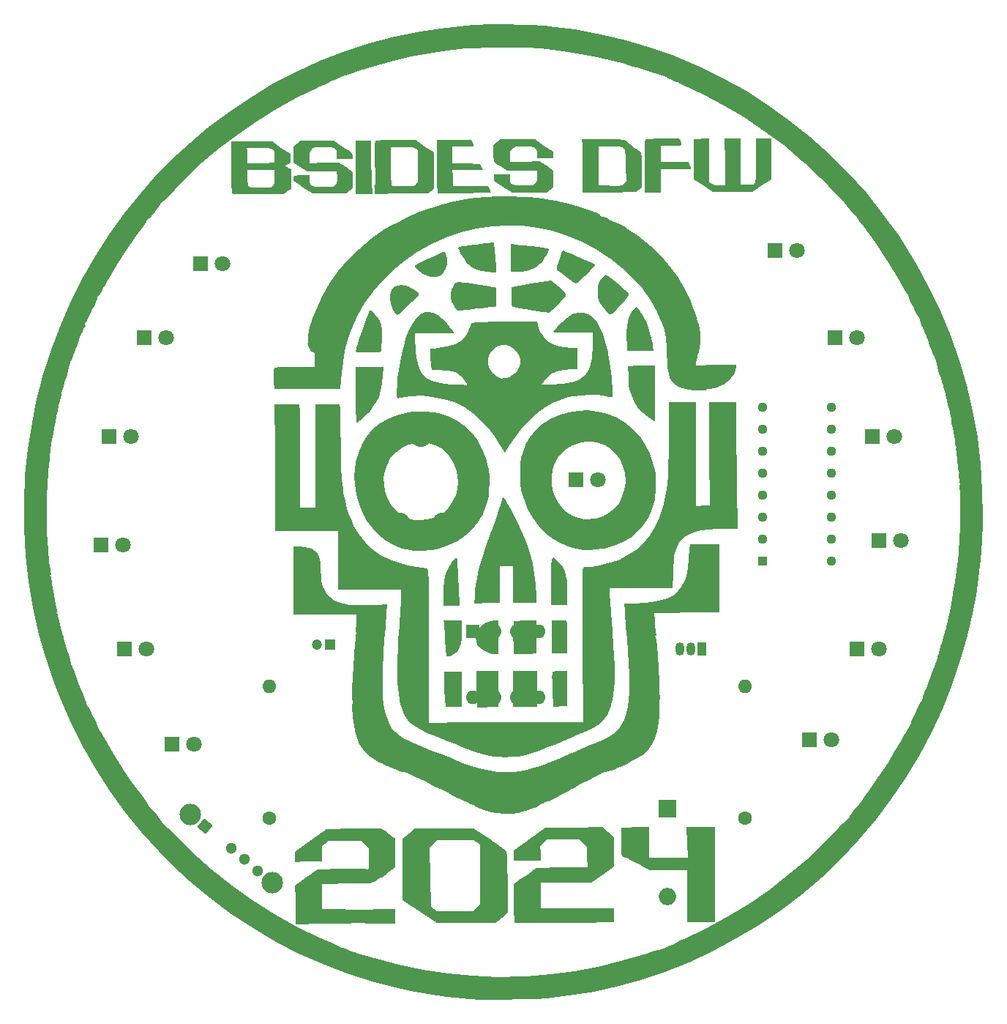
<source format=gbr>
G04 #@! TF.GenerationSoftware,KiCad,Pcbnew,8.0.5*
G04 #@! TF.CreationDate,2024-10-07T21:14:13-05:00*
G04 #@! TF.ProjectId,bsidesdfw badge 2024,62736964-6573-4646-9677-206261646765,rev?*
G04 #@! TF.SameCoordinates,Original*
G04 #@! TF.FileFunction,Soldermask,Top*
G04 #@! TF.FilePolarity,Negative*
%FSLAX46Y46*%
G04 Gerber Fmt 4.6, Leading zero omitted, Abs format (unit mm)*
G04 Created by KiCad (PCBNEW 8.0.5) date 2024-10-07 21:14:13*
%MOMM*%
%LPD*%
G01*
G04 APERTURE LIST*
G04 Aperture macros list*
%AMHorizOval*
0 Thick line with rounded ends*
0 $1 width*
0 $2 $3 position (X,Y) of the first rounded end (center of the circle)*
0 $4 $5 position (X,Y) of the second rounded end (center of the circle)*
0 Add line between two ends*
20,1,$1,$2,$3,$4,$5,0*
0 Add two circle primitives to create the rounded ends*
1,1,$1,$2,$3*
1,1,$1,$4,$5*%
%AMRotRect*
0 Rectangle, with rotation*
0 The origin of the aperture is its center*
0 $1 length*
0 $2 width*
0 $3 Rotation angle, in degrees counterclockwise*
0 Add horizontal line*
21,1,$1,$2,0,0,$3*%
G04 Aperture macros list end*
%ADD10C,0.000000*%
%ADD11R,1.130000X1.130000*%
%ADD12C,1.130000*%
%ADD13C,2.400000*%
%ADD14RotRect,1.300000X1.300000X320.000000*%
%ADD15C,1.300000*%
%ADD16C,2.490000*%
%ADD17R,1.600000X1.600000*%
%ADD18O,1.600000X1.600000*%
%ADD19R,1.800000X1.800000*%
%ADD20C,1.800000*%
%ADD21C,1.600000*%
%ADD22HorizOval,1.600000X0.000000X0.000000X0.000000X0.000000X0*%
%ADD23R,1.050000X1.500000*%
%ADD24O,1.050000X1.500000*%
%ADD25HorizOval,1.600000X0.000000X0.000000X0.000000X0.000000X0*%
%ADD26R,1.200000X1.200000*%
%ADD27C,1.200000*%
%ADD28R,2.000000X2.000000*%
%ADD29O,2.000000X2.000000*%
G04 APERTURE END LIST*
D10*
G04 #@! TO.C,G\u002A\u002A\u002A*
G36*
X141479334Y-116647000D02*
G01*
X141479334Y-118721334D01*
X140082334Y-118721334D01*
X138685334Y-118721334D01*
X138685334Y-116647000D01*
X138685334Y-114572667D01*
X140082334Y-114572667D01*
X141479334Y-114572667D01*
X141479334Y-116647000D01*
G37*
G36*
X121370822Y-53258281D02*
G01*
X122260000Y-53284895D01*
X122260000Y-54959259D01*
X122263268Y-55606240D01*
X122272302Y-56318341D01*
X122285946Y-57031476D01*
X122303045Y-57681562D01*
X122315630Y-58044145D01*
X122371259Y-59454667D01*
X121426630Y-59454667D01*
X120482000Y-59454667D01*
X120481822Y-56343167D01*
X120481643Y-53231667D01*
X121370822Y-53258281D01*
G37*
G36*
X132758667Y-116689334D02*
G01*
X132758667Y-118721334D01*
X131797770Y-118721334D01*
X130836873Y-118721334D01*
X130782208Y-117895834D01*
X130761138Y-117484736D01*
X130743762Y-116969078D01*
X130731837Y-116413621D01*
X130727119Y-115883128D01*
X130727105Y-115863834D01*
X130726667Y-114657334D01*
X131742667Y-114657334D01*
X132758667Y-114657334D01*
X132758667Y-116689334D01*
G37*
G36*
X144896272Y-109251087D02*
G01*
X144915209Y-109519321D01*
X144931278Y-109912926D01*
X144943224Y-110387950D01*
X144949792Y-110900439D01*
X144950667Y-111156087D01*
X144950667Y-112540667D01*
X144061667Y-112540667D01*
X143172667Y-112540667D01*
X143172667Y-110635667D01*
X143172667Y-108730667D01*
X144007272Y-108730667D01*
X144841878Y-108730667D01*
X144896272Y-109251087D01*
G37*
G36*
X141394667Y-110622439D02*
G01*
X141394667Y-112518511D01*
X141077167Y-112570990D01*
X140863634Y-112592317D01*
X140529819Y-112609652D01*
X140124764Y-112620989D01*
X139772735Y-112624402D01*
X138785803Y-112625334D01*
X138730033Y-111842167D01*
X138710212Y-111440034D01*
X138698222Y-110935232D01*
X138695066Y-110394285D01*
X138700965Y-109916000D01*
X138727667Y-108773000D01*
X140061167Y-108749684D01*
X141394667Y-108726367D01*
X141394667Y-110622439D01*
G37*
G36*
X136992000Y-110665939D02*
G01*
X136992000Y-112625334D01*
X136632167Y-112619670D01*
X136302126Y-112587930D01*
X135969759Y-112517761D01*
X135933667Y-112506900D01*
X135431172Y-112308292D01*
X135036248Y-112053332D01*
X134817026Y-111849391D01*
X134546987Y-111499578D01*
X134406050Y-111124807D01*
X134369193Y-110693655D01*
X134449916Y-110162229D01*
X134677782Y-109696581D01*
X135039218Y-109309167D01*
X135520648Y-109012442D01*
X136108498Y-108818861D01*
X136476115Y-108760465D01*
X136992000Y-108706544D01*
X136992000Y-110665939D01*
G37*
G36*
X144950667Y-116604667D02*
G01*
X144950667Y-118636667D01*
X144496817Y-118636667D01*
X144144745Y-118647329D01*
X143787143Y-118674217D01*
X143662825Y-118688771D01*
X143282682Y-118740876D01*
X143221586Y-116743205D01*
X143206524Y-116175947D01*
X143197283Y-115663941D01*
X143193954Y-115231863D01*
X143196628Y-114904390D01*
X143205395Y-114706196D01*
X143213908Y-114659100D01*
X143318673Y-114620709D01*
X143558102Y-114591608D01*
X143897634Y-114575136D01*
X144108997Y-114572667D01*
X144950667Y-114572667D01*
X144950667Y-116604667D01*
G37*
G36*
X136992000Y-116647000D02*
G01*
X136992000Y-118721334D01*
X136539340Y-118721334D01*
X136236388Y-118727529D01*
X135839651Y-118743953D01*
X135424141Y-118767365D01*
X135332840Y-118773465D01*
X134990280Y-118789709D01*
X134713548Y-118788937D01*
X134544760Y-118771876D01*
X134515500Y-118759353D01*
X134497858Y-118659546D01*
X134482099Y-118414383D01*
X134468940Y-118047837D01*
X134459097Y-117583883D01*
X134453286Y-117046492D01*
X134452000Y-116632889D01*
X134452000Y-114572667D01*
X135722000Y-114572667D01*
X136992000Y-114572667D01*
X136992000Y-116647000D01*
G37*
G36*
X143386505Y-101462281D02*
G01*
X143521274Y-101555624D01*
X143691398Y-101703134D01*
X143845526Y-101842390D01*
X144184327Y-102190848D01*
X144451462Y-102573754D01*
X144653684Y-103013959D01*
X144797747Y-103534318D01*
X144890406Y-104157684D01*
X144938414Y-104906909D01*
X144949197Y-105576834D01*
X144950667Y-106952667D01*
X144019334Y-106952667D01*
X143088000Y-106952667D01*
X143088000Y-104201000D01*
X143087870Y-103400373D01*
X143090218Y-102756275D01*
X143099156Y-102255912D01*
X143118791Y-101886489D01*
X143153234Y-101635209D01*
X143206594Y-101489279D01*
X143282981Y-101435901D01*
X143386505Y-101462281D01*
G37*
G36*
X123584817Y-80430834D02*
G01*
X123500801Y-81360935D01*
X123354554Y-82161943D01*
X123135390Y-82866066D01*
X122832618Y-83505510D01*
X122435550Y-84112480D01*
X122307768Y-84278789D01*
X122116523Y-84498227D01*
X121859964Y-84762727D01*
X121566505Y-85046499D01*
X121264563Y-85323756D01*
X120982551Y-85568711D01*
X120748884Y-85755575D01*
X120591977Y-85858559D01*
X120553747Y-85870667D01*
X120537706Y-85789066D01*
X120522915Y-85556521D01*
X120509784Y-85191422D01*
X120498721Y-84712154D01*
X120490138Y-84137107D01*
X120484444Y-83484667D01*
X120482050Y-82773224D01*
X120482000Y-82653334D01*
X120482000Y-79436000D01*
X122061345Y-79436000D01*
X123640689Y-79436000D01*
X123584817Y-80430834D01*
G37*
G36*
X132232258Y-101679790D02*
G01*
X132251102Y-101893834D01*
X132255833Y-102105178D01*
X132268705Y-102454919D01*
X132288222Y-102912394D01*
X132312883Y-103446940D01*
X132341191Y-104027896D01*
X132371646Y-104624598D01*
X132402750Y-105206384D01*
X132433004Y-105742592D01*
X132460910Y-106202560D01*
X132464223Y-106254167D01*
X132514884Y-107037334D01*
X131578442Y-107037334D01*
X130642000Y-107037334D01*
X130642000Y-105900460D01*
X130659183Y-105018592D01*
X130714848Y-104276326D01*
X130815166Y-103647041D01*
X130966309Y-103104116D01*
X131174451Y-102620930D01*
X131445762Y-102170863D01*
X131536109Y-102044137D01*
X131802709Y-101718775D01*
X132008132Y-101549485D01*
X132151581Y-101536434D01*
X132232258Y-101679790D01*
G37*
G36*
X132744864Y-110068003D02*
G01*
X132730133Y-110580311D01*
X132712598Y-110957866D01*
X132687110Y-111235234D01*
X132648519Y-111446978D01*
X132591675Y-111627664D01*
X132511428Y-111811857D01*
X132473269Y-111890895D01*
X132294915Y-112206824D01*
X132097179Y-112426010D01*
X131818451Y-112615692D01*
X131798688Y-112627098D01*
X131522281Y-112764985D01*
X131270182Y-112856363D01*
X131143061Y-112878539D01*
X130924455Y-112879334D01*
X130821659Y-111037834D01*
X130789214Y-110482516D01*
X130756695Y-109972382D01*
X130726135Y-109535947D01*
X130699569Y-109201729D01*
X130679031Y-108998245D01*
X130673704Y-108963500D01*
X130628546Y-108730667D01*
X131703722Y-108730667D01*
X132778898Y-108730667D01*
X132744864Y-110068003D01*
G37*
G36*
X153026273Y-72563987D02*
G01*
X153199042Y-72756256D01*
X153408482Y-73040605D01*
X153634764Y-73387496D01*
X153858057Y-73767394D01*
X154058531Y-74150761D01*
X154139838Y-74325108D01*
X154347961Y-74865595D01*
X154540484Y-75497109D01*
X154698884Y-76148743D01*
X154804639Y-76749594D01*
X154828022Y-76959500D01*
X154881514Y-77573334D01*
X153395325Y-77573334D01*
X151909136Y-77573334D01*
X151848187Y-76760380D01*
X151813772Y-76036847D01*
X151818143Y-75343986D01*
X151859074Y-74715641D01*
X151934340Y-74185654D01*
X152041715Y-73787869D01*
X152044034Y-73781857D01*
X152213245Y-73399907D01*
X152406394Y-73047926D01*
X152601868Y-72758075D01*
X152778052Y-72562515D01*
X152910007Y-72493334D01*
X153026273Y-72563987D01*
G37*
G36*
X138664167Y-65235117D02*
G01*
X138813782Y-65256198D01*
X139104453Y-65290818D01*
X139508718Y-65335946D01*
X139999113Y-65388549D01*
X140548174Y-65445597D01*
X140832385Y-65474464D01*
X141554512Y-65551412D01*
X142110382Y-65620035D01*
X142502843Y-65680764D01*
X142734743Y-65734032D01*
X142808069Y-65774545D01*
X142792276Y-65919283D01*
X142694873Y-66161857D01*
X142537035Y-66465533D01*
X142339936Y-66793576D01*
X142124751Y-67109252D01*
X141912655Y-67375827D01*
X141840145Y-67453704D01*
X141575261Y-67695113D01*
X141294726Y-67909216D01*
X141118263Y-68017430D01*
X140688203Y-68185024D01*
X140148780Y-68316919D01*
X139558231Y-68401586D01*
X139045167Y-68427863D01*
X138431334Y-68429334D01*
X138431334Y-66810084D01*
X138431334Y-65190834D01*
X138664167Y-65235117D01*
G37*
G36*
X126195177Y-70000344D02*
G01*
X126567559Y-70125189D01*
X126848541Y-70271511D01*
X127144366Y-70455403D01*
X127418057Y-70649848D01*
X127632633Y-70827829D01*
X127751117Y-70962327D01*
X127763334Y-70998845D01*
X127704607Y-71096966D01*
X127543709Y-71286741D01*
X127303565Y-71545696D01*
X127007100Y-71851358D01*
X126677238Y-72181254D01*
X126336903Y-72512911D01*
X126009021Y-72823855D01*
X125716516Y-73091614D01*
X125482312Y-73293713D01*
X125329334Y-73407680D01*
X125288790Y-73424667D01*
X125156860Y-73359385D01*
X124993001Y-73194852D01*
X124927328Y-73107167D01*
X124661458Y-72616083D01*
X124489166Y-72078466D01*
X124415126Y-71535004D01*
X124444010Y-71026385D01*
X124580490Y-70593296D01*
X124628704Y-70506843D01*
X124902852Y-70215487D01*
X125279208Y-70029249D01*
X125721930Y-69955182D01*
X126195177Y-70000344D01*
G37*
G36*
X155110667Y-82484000D02*
G01*
X155109057Y-83203082D01*
X155104468Y-83865964D01*
X155097264Y-84454292D01*
X155087808Y-84949710D01*
X155076461Y-85333864D01*
X155063587Y-85588397D01*
X155049548Y-85694955D01*
X155047167Y-85697043D01*
X154950989Y-85650010D01*
X154756630Y-85530041D01*
X154504148Y-85361992D01*
X154475667Y-85342412D01*
X153718072Y-84733332D01*
X153089306Y-84045070D01*
X152600886Y-83293340D01*
X152264328Y-82493859D01*
X152188319Y-82221270D01*
X152133704Y-81925108D01*
X152081293Y-81512981D01*
X152036861Y-81038218D01*
X152006183Y-80554148D01*
X152005017Y-80528493D01*
X151953901Y-79377320D01*
X152230534Y-79321993D01*
X152411553Y-79302525D01*
X152724210Y-79286057D01*
X153130819Y-79273909D01*
X153593692Y-79267402D01*
X153808917Y-79266667D01*
X155110667Y-79266667D01*
X155110667Y-82484000D01*
G37*
G36*
X130813288Y-66111422D02*
G01*
X130890207Y-66266223D01*
X130957967Y-66537397D01*
X131008963Y-66871988D01*
X131035591Y-67217042D01*
X131030246Y-67519605D01*
X131023765Y-67577109D01*
X130879307Y-68107871D01*
X130617237Y-68524918D01*
X130253347Y-68818825D01*
X129803434Y-68980166D01*
X129283292Y-68999516D01*
X128806780Y-68900123D01*
X128503888Y-68783806D01*
X128214016Y-68639973D01*
X128171780Y-68614785D01*
X127930532Y-68441348D01*
X127691961Y-68231409D01*
X127485932Y-68017113D01*
X127342307Y-67830601D01*
X127290950Y-67704017D01*
X127301774Y-67678373D01*
X127399251Y-67621974D01*
X127626807Y-67505614D01*
X127961006Y-67340795D01*
X128378413Y-67139022D01*
X128855592Y-66911798D01*
X129056769Y-66816915D01*
X129674031Y-66532128D01*
X130164753Y-66317669D01*
X130522864Y-66175978D01*
X130742296Y-66109492D01*
X130813288Y-66111422D01*
G37*
G36*
X143924503Y-70133820D02*
G01*
X144296980Y-70453393D01*
X144550185Y-70692174D01*
X144701666Y-70869143D01*
X144768970Y-71003280D01*
X144776485Y-71055381D01*
X144746890Y-71173317D01*
X144644310Y-71338409D01*
X144454880Y-71567666D01*
X144164735Y-71878098D01*
X143827509Y-72219548D01*
X143498263Y-72542435D01*
X143207505Y-72817387D01*
X142977407Y-73024232D01*
X142830143Y-73142796D01*
X142790342Y-73163141D01*
X142686897Y-73147809D01*
X142440047Y-73108674D01*
X142073453Y-73049565D01*
X141610775Y-72974312D01*
X141075671Y-72886744D01*
X140632667Y-72813910D01*
X140063018Y-72719734D01*
X139552262Y-72634647D01*
X139123009Y-72562469D01*
X138797872Y-72507020D01*
X138599462Y-72472120D01*
X138547200Y-72461602D01*
X138540945Y-72378065D01*
X138531567Y-72156497D01*
X138520217Y-71828145D01*
X138508042Y-71424258D01*
X138504866Y-71310109D01*
X138473667Y-70169218D01*
X140775519Y-69797262D01*
X143077371Y-69425306D01*
X143924503Y-70133820D01*
G37*
G36*
X149481419Y-68819381D02*
G01*
X149700007Y-68962429D01*
X150002655Y-69180499D01*
X150366312Y-69456949D01*
X150767925Y-69775136D01*
X150793356Y-69795701D01*
X151279051Y-70195188D01*
X151638156Y-70505682D01*
X151881345Y-70737348D01*
X152019290Y-70900351D01*
X152062667Y-71004526D01*
X152005941Y-71138395D01*
X151844013Y-71377645D01*
X151589251Y-71705797D01*
X151254028Y-72106373D01*
X151118060Y-72262825D01*
X150726620Y-72704380D01*
X150423597Y-73023856D01*
X150187674Y-73228142D01*
X149997537Y-73324129D01*
X149831870Y-73318704D01*
X149669358Y-73218758D01*
X149488685Y-73031180D01*
X149331072Y-72840389D01*
X148988603Y-72399601D01*
X148748314Y-72037873D01*
X148593098Y-71714073D01*
X148505853Y-71387072D01*
X148469472Y-71015740D01*
X148464941Y-70757667D01*
X148472896Y-70356025D01*
X148502407Y-70068959D01*
X148563085Y-69842134D01*
X148664539Y-69621215D01*
X148666635Y-69617265D01*
X148922577Y-69178049D01*
X149139427Y-68898726D01*
X149320526Y-68775259D01*
X149369944Y-68768000D01*
X149481419Y-68819381D01*
G37*
G36*
X132888744Y-69648378D02*
G01*
X133333897Y-69710150D01*
X133911894Y-69799109D01*
X134370425Y-69870539D01*
X134958239Y-69961060D01*
X135493242Y-70042374D01*
X135951911Y-70110993D01*
X136310717Y-70163428D01*
X136546136Y-70196188D01*
X136632167Y-70205970D01*
X136678387Y-70252757D01*
X136710106Y-70404367D01*
X136729150Y-70679767D01*
X136737348Y-71097921D01*
X136738000Y-71304164D01*
X136738000Y-72400994D01*
X136462834Y-72446425D01*
X136269231Y-72474132D01*
X135949837Y-72515104D01*
X135534544Y-72565920D01*
X135053242Y-72623160D01*
X134535824Y-72683403D01*
X134012181Y-72743228D01*
X133512204Y-72799216D01*
X133065786Y-72847945D01*
X132702818Y-72885995D01*
X132453192Y-72909946D01*
X132353385Y-72916667D01*
X132202401Y-72849718D01*
X132016052Y-72641167D01*
X131874096Y-72429834D01*
X131586890Y-71891478D01*
X131444353Y-71405558D01*
X131444245Y-70940295D01*
X131584326Y-70463915D01*
X131716391Y-70192844D01*
X131823606Y-69992426D01*
X131915673Y-69837166D01*
X132013733Y-69724497D01*
X132138929Y-69651851D01*
X132312401Y-69616660D01*
X132555292Y-69616358D01*
X132888744Y-69648378D01*
G37*
G36*
X136448033Y-65063144D02*
G01*
X136470049Y-65158659D01*
X136501308Y-65390934D01*
X136538895Y-65727833D01*
X136579895Y-66137218D01*
X136621393Y-66586955D01*
X136660474Y-67044906D01*
X136694223Y-67478934D01*
X136719725Y-67856905D01*
X136734064Y-68146681D01*
X136736093Y-68238834D01*
X136714875Y-68433860D01*
X136633685Y-68501347D01*
X136589834Y-68501935D01*
X136441886Y-68489653D01*
X136173171Y-68467147D01*
X135831656Y-68438436D01*
X135679667Y-68425631D01*
X134986063Y-68330743D01*
X134416866Y-68166069D01*
X133936548Y-67917450D01*
X133509579Y-67570727D01*
X133492414Y-67553934D01*
X133282178Y-67313730D01*
X133049377Y-66995481D01*
X132816869Y-66637427D01*
X132607510Y-66277811D01*
X132444160Y-65954875D01*
X132349675Y-65706859D01*
X132335334Y-65618089D01*
X132373486Y-65574491D01*
X132498320Y-65529350D01*
X132725402Y-65479878D01*
X133070300Y-65423288D01*
X133548580Y-65356792D01*
X134175808Y-65277603D01*
X134364889Y-65254629D01*
X134932435Y-65188483D01*
X135443207Y-65133510D01*
X135873520Y-65091887D01*
X136199687Y-65065791D01*
X136398021Y-65057399D01*
X136448033Y-65063144D01*
G37*
G36*
X144528401Y-66006396D02*
G01*
X144753449Y-66097210D01*
X145088030Y-66236881D01*
X145509367Y-66415850D01*
X145994681Y-66624554D01*
X146270153Y-66743999D01*
X146784103Y-66967347D01*
X147249500Y-67169351D01*
X147642682Y-67339761D01*
X147939982Y-67468324D01*
X148117737Y-67544790D01*
X148154720Y-67560418D01*
X148141786Y-67632277D01*
X148024769Y-67795398D01*
X147825605Y-68027938D01*
X147566234Y-68308053D01*
X147268591Y-68613901D01*
X146954615Y-68923640D01*
X146646243Y-69215426D01*
X146365412Y-69467417D01*
X146134060Y-69657769D01*
X145974124Y-69764641D01*
X145925555Y-69779962D01*
X145798761Y-69728525D01*
X145569680Y-69590298D01*
X145267886Y-69384733D01*
X144922949Y-69131281D01*
X144823667Y-69055159D01*
X144475023Y-68783667D01*
X144168221Y-68541644D01*
X143931562Y-68351641D01*
X143793344Y-68236206D01*
X143776706Y-68220879D01*
X143736298Y-68151261D01*
X143731346Y-68035126D01*
X143767297Y-67845672D01*
X143849596Y-67556099D01*
X143983691Y-67139609D01*
X144016551Y-67040682D01*
X144152243Y-66647057D01*
X144273951Y-66318956D01*
X144370011Y-66086061D01*
X144428760Y-65978056D01*
X144435665Y-65974000D01*
X144528401Y-66006396D01*
G37*
G36*
X161376579Y-55538834D02*
G01*
X161377157Y-58057667D01*
X161656985Y-58248167D01*
X161839201Y-58350644D01*
X162045449Y-58409164D01*
X162329604Y-58434643D01*
X162597154Y-58438667D01*
X163257496Y-58438667D01*
X163195021Y-55729334D01*
X163132546Y-53020000D01*
X164074607Y-53020000D01*
X165016667Y-53020000D01*
X165016667Y-55687000D01*
X165016667Y-58354000D01*
X165715167Y-58351183D01*
X166008244Y-58351839D01*
X166243002Y-58345174D01*
X166425887Y-58314314D01*
X166563344Y-58242385D01*
X166661819Y-58112512D01*
X166727758Y-57907822D01*
X166767607Y-57611441D01*
X166787812Y-57206494D01*
X166794819Y-56676108D01*
X166795074Y-56003408D01*
X166794667Y-55525262D01*
X166794667Y-53020000D01*
X167683667Y-53020000D01*
X168572667Y-53020000D01*
X168569475Y-55369500D01*
X168566284Y-57719000D01*
X167475022Y-58459834D01*
X166383760Y-59200667D01*
X164070380Y-59196978D01*
X161757000Y-59193289D01*
X160679849Y-58456144D01*
X159602697Y-57719000D01*
X159600349Y-55424257D01*
X159598000Y-53129514D01*
X160245774Y-53074757D01*
X160595491Y-53047845D01*
X160909197Y-53028305D01*
X161123276Y-53020055D01*
X161134774Y-53020000D01*
X161376000Y-53020000D01*
X161376579Y-55538834D01*
G37*
G36*
X158025378Y-53261839D02*
G01*
X158118705Y-53492245D01*
X158158645Y-53689911D01*
X158158667Y-53693129D01*
X158150688Y-53761769D01*
X158109382Y-53809434D01*
X158008689Y-53839938D01*
X157822552Y-53857096D01*
X157524914Y-53864723D01*
X157089717Y-53866635D01*
X156973334Y-53866667D01*
X155788000Y-53866667D01*
X155788000Y-54798000D01*
X155788000Y-55729334D01*
X157375500Y-55729651D01*
X158963000Y-55729968D01*
X159111167Y-56090374D01*
X159199983Y-56318991D01*
X159252878Y-56479442D01*
X159259334Y-56513390D01*
X159178842Y-56532198D01*
X158954057Y-56548745D01*
X158610012Y-56562130D01*
X158171742Y-56571447D01*
X157664280Y-56575795D01*
X157523667Y-56576000D01*
X155788000Y-56576000D01*
X155788000Y-57930667D01*
X155788000Y-59285334D01*
X154856667Y-59285334D01*
X153925334Y-59285334D01*
X153915292Y-57062834D01*
X153912314Y-55998669D01*
X153913775Y-55102607D01*
X153919694Y-54373472D01*
X153930091Y-53810091D01*
X153944987Y-53411289D01*
X153964401Y-53175894D01*
X153982973Y-53104667D01*
X154075773Y-53091339D01*
X154313508Y-53077160D01*
X154671790Y-53063011D01*
X155126229Y-53049774D01*
X155652436Y-53038334D01*
X155958018Y-53033210D01*
X157892089Y-53004087D01*
X158025378Y-53261839D01*
G37*
G36*
X122262070Y-72896024D02*
G01*
X122455330Y-73065065D01*
X122683454Y-73304573D01*
X122915925Y-73580001D01*
X123122230Y-73856800D01*
X123271853Y-74100421D01*
X123293309Y-74144334D01*
X123364942Y-74312308D01*
X123416296Y-74476388D01*
X123450533Y-74668036D01*
X123470817Y-74918712D01*
X123480309Y-75259875D01*
X123482173Y-75722988D01*
X123481219Y-76013417D01*
X123476006Y-76499825D01*
X123465646Y-76933606D01*
X123451331Y-77283628D01*
X123434254Y-77518758D01*
X123420376Y-77600917D01*
X123383183Y-77653141D01*
X123301837Y-77690893D01*
X123152369Y-77716444D01*
X122910806Y-77732065D01*
X122553180Y-77740026D01*
X122055519Y-77742599D01*
X121923991Y-77742667D01*
X121399507Y-77742120D01*
X121020658Y-77738394D01*
X120763744Y-77728359D01*
X120605067Y-77708885D01*
X120520928Y-77676842D01*
X120487627Y-77629102D01*
X120481467Y-77562534D01*
X120481423Y-77552167D01*
X120507998Y-77413434D01*
X120582475Y-77148498D01*
X120696372Y-76781585D01*
X120841206Y-76336924D01*
X121008493Y-75838742D01*
X121189750Y-75311265D01*
X121376495Y-74778721D01*
X121560243Y-74265337D01*
X121732512Y-73795340D01*
X121884819Y-73392958D01*
X122008681Y-73082418D01*
X122095613Y-72887946D01*
X122134188Y-72832000D01*
X122262070Y-72896024D01*
G37*
G36*
X133970652Y-53488539D02*
G01*
X134062720Y-53701039D01*
X134111156Y-53850741D01*
X134113334Y-53869539D01*
X134032193Y-53901591D01*
X133802704Y-53926803D01*
X133445760Y-53943783D01*
X132982260Y-53951139D01*
X132885667Y-53951334D01*
X131658000Y-53951334D01*
X131658000Y-54923172D01*
X131658000Y-55895010D01*
X133270831Y-55918005D01*
X134883663Y-55941000D01*
X135044692Y-56300834D01*
X135205721Y-56660667D01*
X133419437Y-56660667D01*
X131633153Y-56660667D01*
X131687910Y-57308441D01*
X131715011Y-57666461D01*
X131734591Y-57996486D01*
X131742638Y-58230270D01*
X131742667Y-58239774D01*
X131742667Y-58523334D01*
X133757796Y-58523334D01*
X135772925Y-58523334D01*
X135951617Y-58891137D01*
X136130310Y-59258941D01*
X134423322Y-59314248D01*
X133665826Y-59336050D01*
X132927667Y-59352163D01*
X132228305Y-59362592D01*
X131587201Y-59367339D01*
X131023813Y-59366407D01*
X130557603Y-59359799D01*
X130208030Y-59347519D01*
X129994555Y-59329568D01*
X129936445Y-59313556D01*
X129923437Y-59218706D01*
X129911487Y-58973933D01*
X129900949Y-58598645D01*
X129892177Y-58112250D01*
X129885526Y-57534155D01*
X129881351Y-56883770D01*
X129880000Y-56223222D01*
X129880000Y-53189334D01*
X131853986Y-53189334D01*
X133827971Y-53189334D01*
X133970652Y-53488539D01*
G37*
G36*
X154433334Y-134384667D02*
G01*
X154433334Y-136162667D01*
X156647408Y-136162667D01*
X158861483Y-136162667D01*
X158801623Y-134384667D01*
X158741763Y-132606667D01*
X160397548Y-132606667D01*
X162053334Y-132606667D01*
X162053334Y-138110000D01*
X162053334Y-143613334D01*
X160445736Y-143613334D01*
X158838139Y-143613334D01*
X158815903Y-140586500D01*
X158793667Y-137559667D01*
X156610460Y-137588678D01*
X155907260Y-137594727D01*
X155316370Y-137593017D01*
X154850844Y-137583858D01*
X154523733Y-137567557D01*
X154348088Y-137544424D01*
X154324460Y-137534494D01*
X154203355Y-137456703D01*
X153971272Y-137323825D01*
X153658463Y-137151773D01*
X153295179Y-136956459D01*
X152911672Y-136753793D01*
X152538193Y-136559688D01*
X152204994Y-136390056D01*
X151942327Y-136260808D01*
X151780443Y-136187856D01*
X151744710Y-136177594D01*
X151630210Y-136154534D01*
X151458100Y-136083407D01*
X151332904Y-136004616D01*
X151260252Y-135890058D01*
X151220933Y-135691945D01*
X151200690Y-135443090D01*
X151190168Y-135145939D01*
X151186840Y-134734949D01*
X151190692Y-134265462D01*
X151201052Y-133813735D01*
X151235258Y-132715888D01*
X152127800Y-132661278D01*
X152601693Y-132636869D01*
X153108989Y-132618090D01*
X153566426Y-132607785D01*
X153726838Y-132606667D01*
X154433334Y-132606667D01*
X154433334Y-134384667D01*
G37*
G36*
X135919287Y-133972035D02*
G01*
X136415036Y-134304560D01*
X136869234Y-134612470D01*
X137261130Y-134881436D01*
X137569974Y-135097131D01*
X137775017Y-135245227D01*
X137850501Y-135305535D01*
X137885275Y-135355479D01*
X137914568Y-135440738D01*
X137939207Y-135576695D01*
X137960013Y-135778735D01*
X137977810Y-136062242D01*
X137993422Y-136442600D01*
X138007673Y-136935192D01*
X138021385Y-137555404D01*
X138035384Y-138318620D01*
X138045963Y-138956667D01*
X138102590Y-142470334D01*
X137367171Y-143084167D01*
X136631752Y-143698000D01*
X133228625Y-143698000D01*
X129825499Y-143698000D01*
X127863083Y-142374029D01*
X125900667Y-141050058D01*
X125900667Y-137514812D01*
X125900667Y-135029770D01*
X129028614Y-135029770D01*
X129086990Y-138435290D01*
X129145366Y-141840809D01*
X129487029Y-142092071D01*
X129828693Y-142343334D01*
X131946938Y-142343334D01*
X134065184Y-142343334D01*
X134470259Y-141944350D01*
X134875334Y-141545366D01*
X134875334Y-138106369D01*
X134875334Y-134667372D01*
X134501659Y-134399020D01*
X134127985Y-134130667D01*
X132022267Y-134130667D01*
X129916549Y-134130667D01*
X129472581Y-134580219D01*
X129028614Y-135029770D01*
X125900667Y-135029770D01*
X125900667Y-133979567D01*
X126615295Y-133377783D01*
X127329923Y-132776000D01*
X130728415Y-132776000D01*
X134126906Y-132776000D01*
X135919287Y-133972035D01*
G37*
G36*
X149681415Y-133200274D02*
G01*
X150369334Y-133807450D01*
X150369306Y-135471892D01*
X150369279Y-137136334D01*
X149056421Y-138088834D01*
X147743562Y-139041334D01*
X144823114Y-139041334D01*
X141902667Y-139041334D01*
X141902667Y-140533296D01*
X141902667Y-142025258D01*
X146136000Y-141990786D01*
X150369334Y-141956313D01*
X150369334Y-142771340D01*
X150369334Y-143586367D01*
X148527834Y-143641976D01*
X148041036Y-143653924D01*
X147413902Y-143665002D01*
X146675429Y-143674928D01*
X145854612Y-143683421D01*
X144980449Y-143690199D01*
X144081935Y-143694980D01*
X143188067Y-143697483D01*
X142781084Y-143697793D01*
X138875834Y-143698000D01*
X138822917Y-143433417D01*
X138807763Y-143274479D01*
X138794303Y-142974026D01*
X138783192Y-142559873D01*
X138775088Y-142059837D01*
X138770645Y-141501732D01*
X138770000Y-141190440D01*
X138770000Y-139212047D01*
X139553167Y-138635107D01*
X139934896Y-138355602D01*
X140331435Y-138068073D01*
X140685624Y-137813846D01*
X140863038Y-137688153D01*
X141389742Y-137318139D01*
X144340550Y-137279687D01*
X147291358Y-137241235D01*
X147255322Y-136088118D01*
X147219286Y-134935000D01*
X146786369Y-134490500D01*
X146353451Y-134046000D01*
X144499642Y-134046000D01*
X142645834Y-134046000D01*
X142220136Y-134402414D01*
X141794439Y-134758828D01*
X141847747Y-135630081D01*
X141901055Y-136501334D01*
X140335528Y-136501334D01*
X138770000Y-136501334D01*
X138770000Y-135916717D01*
X138770000Y-135332100D01*
X140569167Y-134022744D01*
X142368334Y-132713388D01*
X145680915Y-132653243D01*
X148993496Y-132593099D01*
X149681415Y-133200274D01*
G37*
G36*
X137571913Y-94493827D02*
G01*
X137704896Y-94693486D01*
X137890563Y-94999733D01*
X138116455Y-95390608D01*
X138370112Y-95844154D01*
X138639073Y-96338412D01*
X138910879Y-96851426D01*
X139173067Y-97361236D01*
X139185239Y-97385334D01*
X139778359Y-98629597D01*
X140258369Y-99799752D01*
X140636634Y-100936496D01*
X140924520Y-102080522D01*
X141133392Y-103272528D01*
X141274616Y-104553207D01*
X141306982Y-104982586D01*
X141337447Y-105444563D01*
X141363270Y-105863057D01*
X141382289Y-106200926D01*
X141392340Y-106421034D01*
X141393357Y-106465834D01*
X141394667Y-106698667D01*
X140040000Y-106698667D01*
X138685334Y-106698667D01*
X138685334Y-104582000D01*
X138685334Y-102465334D01*
X137923334Y-102465334D01*
X137161334Y-102465334D01*
X137161334Y-104582000D01*
X137161334Y-106698667D01*
X136200087Y-106698667D01*
X135747310Y-106703772D01*
X135295343Y-106717535D01*
X134907293Y-106737629D01*
X134714436Y-106753478D01*
X134190032Y-106808289D01*
X134241056Y-106012645D01*
X134299170Y-105251109D01*
X134375371Y-104546404D01*
X134476100Y-103872333D01*
X134607798Y-103202701D01*
X134776906Y-102511314D01*
X134989865Y-101771976D01*
X135253116Y-100958491D01*
X135573101Y-100044664D01*
X135956261Y-99004300D01*
X135979700Y-98941812D01*
X136228251Y-98270018D01*
X136470651Y-97596922D01*
X136696414Y-96952974D01*
X136895059Y-96368624D01*
X137056100Y-95874321D01*
X137169056Y-95500515D01*
X137187176Y-95434617D01*
X137293823Y-95049056D01*
X137388448Y-94731116D01*
X137461254Y-94512087D01*
X137502442Y-94423257D01*
X137504076Y-94422712D01*
X137571913Y-94493827D01*
G37*
G36*
X149758867Y-53105071D02*
G01*
X150316157Y-53107222D01*
X150744719Y-53112524D01*
X151064858Y-53122385D01*
X151296875Y-53138210D01*
X151461074Y-53161406D01*
X151577758Y-53193377D01*
X151667230Y-53235532D01*
X151749793Y-53289275D01*
X151753263Y-53291702D01*
X151957441Y-53452001D01*
X152108423Y-53600174D01*
X152121760Y-53617223D01*
X152236401Y-53724932D01*
X152454644Y-53892705D01*
X152736688Y-54090560D01*
X152851105Y-54166605D01*
X153479022Y-54577501D01*
X153532844Y-55335758D01*
X153552681Y-55708268D01*
X153568985Y-56192645D01*
X153580280Y-56731435D01*
X153585090Y-57267183D01*
X153585141Y-57372174D01*
X153583614Y-58650334D01*
X153237626Y-58937709D01*
X152891638Y-59225084D01*
X149810152Y-59259882D01*
X146728667Y-59294679D01*
X146728159Y-56898173D01*
X146726059Y-56235520D01*
X146725680Y-56192313D01*
X148591334Y-56192313D01*
X148591334Y-58433293D01*
X149586167Y-58464278D01*
X150165520Y-58480196D01*
X150602018Y-58484628D01*
X150921941Y-58474211D01*
X151151574Y-58445585D01*
X151317197Y-58395389D01*
X151445094Y-58320263D01*
X151561546Y-58216845D01*
X151567497Y-58210913D01*
X151813730Y-57964681D01*
X151739429Y-56113164D01*
X151715137Y-55452806D01*
X151691170Y-54941939D01*
X151651631Y-54561501D01*
X151580624Y-54292429D01*
X151462252Y-54115660D01*
X151280617Y-54012131D01*
X151019822Y-53962780D01*
X150663971Y-53948543D01*
X150197166Y-53950357D01*
X149936620Y-53951334D01*
X148591334Y-53951334D01*
X148591334Y-56192313D01*
X146725680Y-56192313D01*
X146720399Y-55590752D01*
X146711719Y-54994291D01*
X146700557Y-54476561D01*
X146687454Y-54067984D01*
X146681209Y-53951334D01*
X146673277Y-53803167D01*
X146618902Y-53104667D01*
X149052548Y-53104667D01*
X149758867Y-53105071D01*
G37*
G36*
X142260868Y-53840870D02*
G01*
X143342000Y-54577074D01*
X143342000Y-54941537D01*
X143342000Y-55306000D01*
X142420843Y-55306000D01*
X141499686Y-55306000D01*
X141463338Y-54803492D01*
X141428820Y-54495943D01*
X141360351Y-54273031D01*
X141233658Y-54121217D01*
X141024467Y-54026961D01*
X140708504Y-53976722D01*
X140261495Y-53956961D01*
X139940663Y-53954150D01*
X139494542Y-53954638D01*
X139183191Y-53962597D01*
X138972057Y-53983632D01*
X138826587Y-54023350D01*
X138712230Y-54087359D01*
X138607163Y-54170526D01*
X138477685Y-54288585D01*
X138400245Y-54404399D01*
X138361500Y-54564181D01*
X138348105Y-54814145D01*
X138346667Y-55072684D01*
X138346667Y-55755649D01*
X140036677Y-55697540D01*
X141726686Y-55639432D01*
X142532339Y-56171216D01*
X143337992Y-56703000D01*
X143339996Y-57687634D01*
X143342000Y-58672269D01*
X142967918Y-58978801D01*
X142593835Y-59285334D01*
X140576084Y-59284933D01*
X138558334Y-59284532D01*
X137521167Y-58595143D01*
X136484000Y-57905755D01*
X136484000Y-57537211D01*
X136484000Y-57168667D01*
X137415334Y-57168667D01*
X138346667Y-57168667D01*
X138346667Y-57641929D01*
X138358129Y-57926631D01*
X138407868Y-58133743D01*
X138518914Y-58275567D01*
X138714297Y-58364405D01*
X139017047Y-58412559D01*
X139450195Y-58432333D01*
X139832891Y-58435850D01*
X140938116Y-58438667D01*
X141208725Y-58159469D01*
X141355484Y-57993295D01*
X141436813Y-57838500D01*
X141471749Y-57635521D01*
X141479330Y-57324793D01*
X141479334Y-57312803D01*
X141479334Y-56745334D01*
X139727113Y-56745334D01*
X137974893Y-56745334D01*
X137234124Y-56258500D01*
X136920766Y-56039783D01*
X136663524Y-55836242D01*
X136495063Y-55675125D01*
X136447500Y-55602334D01*
X136427402Y-55446323D01*
X136411516Y-55168242D01*
X136402093Y-54815340D01*
X136400490Y-54615384D01*
X136399334Y-53797768D01*
X136813250Y-53451218D01*
X137227167Y-53104667D01*
X139203452Y-53104667D01*
X141179737Y-53104667D01*
X142260868Y-53840870D01*
G37*
G36*
X128455486Y-53925505D02*
G01*
X129541334Y-54661676D01*
X129541334Y-56713836D01*
X129541334Y-58765997D01*
X129176056Y-59065314D01*
X128810779Y-59364632D01*
X125747034Y-59388483D01*
X122683289Y-59412334D01*
X122682155Y-59116000D01*
X122667026Y-58843774D01*
X122632500Y-58608000D01*
X122612217Y-58475655D01*
X122650911Y-58492634D01*
X122669125Y-58517224D01*
X122694606Y-58479335D01*
X122695081Y-58473945D01*
X124468018Y-58473945D01*
X124483584Y-58583759D01*
X124512486Y-58585070D01*
X124532698Y-58471753D01*
X124519170Y-58422792D01*
X124481576Y-58390722D01*
X124468018Y-58473945D01*
X122695081Y-58473945D01*
X122712110Y-58280793D01*
X122721661Y-57919844D01*
X122723286Y-57394732D01*
X122717010Y-56703704D01*
X122705588Y-55990388D01*
X122692724Y-55233918D01*
X122685250Y-54629901D01*
X122683599Y-54161531D01*
X122685254Y-54036000D01*
X124546000Y-54036000D01*
X124547156Y-56089167D01*
X124549531Y-56671935D01*
X124555580Y-57206371D01*
X124564698Y-57666524D01*
X124576282Y-58026441D01*
X124589728Y-58260169D01*
X124599364Y-58332834D01*
X124624803Y-58405837D01*
X124673016Y-58457313D01*
X124770202Y-58491019D01*
X124942561Y-58510716D01*
X125216292Y-58520161D01*
X125617594Y-58523114D01*
X125927075Y-58523334D01*
X126417123Y-58522506D01*
X126767739Y-58517030D01*
X127008825Y-58502411D01*
X127170283Y-58474157D01*
X127282016Y-58427775D01*
X127373924Y-58358771D01*
X127441201Y-58295826D01*
X127678667Y-58068319D01*
X127678667Y-56237415D01*
X127678667Y-54406511D01*
X127428095Y-54221256D01*
X127320898Y-54150475D01*
X127201995Y-54100383D01*
X127041447Y-54067439D01*
X126809315Y-54048102D01*
X126475658Y-54038830D01*
X126010538Y-54036083D01*
X125861762Y-54036000D01*
X124546000Y-54036000D01*
X122685254Y-54036000D01*
X122688206Y-53811999D01*
X122699506Y-53564499D01*
X122717933Y-53402222D01*
X122743921Y-53308363D01*
X122775952Y-53267294D01*
X122889760Y-53247069D01*
X123149255Y-53228797D01*
X123530798Y-53213247D01*
X124010745Y-53201188D01*
X124565457Y-53193389D01*
X125132319Y-53190630D01*
X127369638Y-53189334D01*
X128455486Y-53925505D01*
G37*
G36*
X119043205Y-54006849D02*
G01*
X119458595Y-54284724D01*
X119753542Y-54488759D01*
X119948668Y-54638791D01*
X120064590Y-54754657D01*
X120121931Y-54856194D01*
X120141308Y-54963237D01*
X120143334Y-55065183D01*
X120143334Y-55390667D01*
X119212000Y-55390667D01*
X118280667Y-55390667D01*
X118280667Y-54875072D01*
X118270943Y-54578317D01*
X118226510Y-54361655D01*
X118124471Y-54212482D01*
X117941932Y-54118198D01*
X117655998Y-54066203D01*
X117243773Y-54043893D01*
X116761300Y-54038817D01*
X116301949Y-54038830D01*
X115979564Y-54045060D01*
X115761781Y-54062791D01*
X115616234Y-54097309D01*
X115510560Y-54153900D01*
X115412394Y-54237850D01*
X115385466Y-54263507D01*
X115267159Y-54389135D01*
X115196395Y-54517259D01*
X115161063Y-54694706D01*
X115149053Y-54968304D01*
X115148000Y-55181663D01*
X115148000Y-55872311D01*
X116825106Y-55831951D01*
X118502213Y-55791592D01*
X119320769Y-56331963D01*
X120139326Y-56872334D01*
X120141003Y-57803667D01*
X120142681Y-58735000D01*
X119750331Y-59052500D01*
X119357980Y-59370000D01*
X117400653Y-59370000D01*
X115443327Y-59370000D01*
X114364330Y-58649356D01*
X113952082Y-58372074D01*
X113660707Y-58167951D01*
X113469321Y-58017527D01*
X113357040Y-57901340D01*
X113302977Y-57799931D01*
X113286250Y-57693838D01*
X113285334Y-57643939D01*
X113305896Y-57443348D01*
X113400417Y-57347418D01*
X113549917Y-57306250D01*
X113763974Y-57280460D01*
X114082550Y-57261626D01*
X114440860Y-57253428D01*
X114481250Y-57253334D01*
X115148000Y-57253334D01*
X115148000Y-57768929D01*
X115157593Y-58064896D01*
X115201592Y-58281215D01*
X115302833Y-58430377D01*
X115484148Y-58524875D01*
X115768372Y-58577201D01*
X116178338Y-58599847D01*
X116676558Y-58605183D01*
X117824116Y-58608000D01*
X118086943Y-58332834D01*
X118222209Y-58182145D01*
X118297001Y-58050226D01*
X118324295Y-57883889D01*
X118317068Y-57629946D01*
X118303842Y-57443834D01*
X118257914Y-56830000D01*
X116554790Y-56830550D01*
X114851667Y-56831099D01*
X114069744Y-56301383D01*
X113287822Y-55771667D01*
X113290638Y-54840334D01*
X113293454Y-53909000D01*
X113691214Y-53591500D01*
X114088974Y-53274000D01*
X116016025Y-53274000D01*
X117943076Y-53274000D01*
X119043205Y-54006849D01*
G37*
G36*
X111867167Y-54093383D02*
G01*
X112946667Y-54828939D01*
X112945619Y-55300303D01*
X112937376Y-55576087D01*
X112895473Y-55743432D01*
X112791810Y-55863143D01*
X112635082Y-55972256D01*
X112325593Y-56172845D01*
X112530297Y-56330206D01*
X112725732Y-56445169D01*
X112883167Y-56489451D01*
X112942096Y-56504509D01*
X112983058Y-56565039D01*
X113009258Y-56696698D01*
X113023896Y-56925148D01*
X113030175Y-57276049D01*
X113031334Y-57676667D01*
X113026176Y-58197954D01*
X113010085Y-58561509D01*
X112982136Y-58778640D01*
X112941400Y-58860653D01*
X112934220Y-58862000D01*
X112818964Y-58912247D01*
X112625993Y-59041478D01*
X112475471Y-59158334D01*
X112113835Y-59454667D01*
X109152643Y-59454667D01*
X108358854Y-59453975D01*
X107718024Y-59451416D01*
X107213779Y-59446260D01*
X106829748Y-59437781D01*
X106549560Y-59425250D01*
X106356843Y-59407940D01*
X106235225Y-59385122D01*
X106168334Y-59356070D01*
X106140059Y-59320742D01*
X106127948Y-59206912D01*
X106116853Y-58944273D01*
X106107121Y-58553347D01*
X106099098Y-58054656D01*
X106093600Y-57514929D01*
X106093129Y-57468725D01*
X106089561Y-56816074D01*
X106089305Y-56660667D01*
X107951334Y-56660667D01*
X107951334Y-57514929D01*
X107955171Y-57930330D01*
X107982019Y-58233727D01*
X108054880Y-58442793D01*
X108196757Y-58575199D01*
X108430654Y-58648619D01*
X108779573Y-58680724D01*
X109266519Y-58689186D01*
X109480660Y-58689850D01*
X110628986Y-58692667D01*
X110856493Y-58455201D01*
X110964495Y-58330727D01*
X111031578Y-58203426D01*
X111067408Y-58030135D01*
X111081650Y-57767695D01*
X111084000Y-57439201D01*
X111084000Y-56660667D01*
X109517667Y-56660667D01*
X107951334Y-56660667D01*
X106089305Y-56660667D01*
X106088667Y-56272742D01*
X106088667Y-54120667D01*
X107844511Y-54120667D01*
X107896990Y-54438167D01*
X107924984Y-54694377D01*
X107944385Y-55037210D01*
X107950402Y-55327167D01*
X107951334Y-55898667D01*
X108997247Y-55898667D01*
X109461933Y-55894050D01*
X109921465Y-55881532D01*
X110318273Y-55863112D01*
X110563580Y-55844272D01*
X111084000Y-55789878D01*
X111084000Y-55087073D01*
X111081363Y-54768196D01*
X111059348Y-54528526D01*
X110996804Y-54356756D01*
X110872578Y-54241579D01*
X110665516Y-54171689D01*
X110354467Y-54135777D01*
X109918277Y-54122538D01*
X109335794Y-54120664D01*
X109276083Y-54120667D01*
X107844511Y-54120667D01*
X106088667Y-54120667D01*
X106088667Y-53358667D01*
X108438167Y-53358247D01*
X110787667Y-53357827D01*
X111867167Y-54093383D01*
G37*
G36*
X128621193Y-84573410D02*
G01*
X129402998Y-84635375D01*
X130074848Y-84754934D01*
X131144724Y-85101520D01*
X132127065Y-85590318D01*
X133015997Y-86215199D01*
X133805647Y-86970034D01*
X134490142Y-87848693D01*
X135063610Y-88845047D01*
X135520177Y-89952968D01*
X135733269Y-90660010D01*
X135809676Y-90970816D01*
X135863667Y-91256105D01*
X135898757Y-91555894D01*
X135918464Y-91910200D01*
X135926303Y-92359043D01*
X135926216Y-92855667D01*
X135911267Y-93600010D01*
X135867609Y-94219899D01*
X135786112Y-94759074D01*
X135657645Y-95261280D01*
X135473079Y-95770259D01*
X135223284Y-96329753D01*
X135184005Y-96411667D01*
X134638083Y-97352145D01*
X133961121Y-98191539D01*
X133162841Y-98922893D01*
X132252966Y-99539251D01*
X131241218Y-100033657D01*
X130137318Y-100399153D01*
X129382076Y-100563062D01*
X128930602Y-100620677D01*
X128386512Y-100657949D01*
X127812994Y-100673324D01*
X127273237Y-100665246D01*
X126830428Y-100632162D01*
X126789667Y-100626835D01*
X125783645Y-100404199D01*
X124829335Y-100027479D01*
X123936972Y-99506770D01*
X123116797Y-98852165D01*
X122379046Y-98073757D01*
X121733958Y-97181639D01*
X121191770Y-96185904D01*
X120762720Y-95096646D01*
X120593283Y-94518033D01*
X120441243Y-93760091D01*
X120349501Y-92918353D01*
X120326305Y-92238181D01*
X123717462Y-92238181D01*
X123725161Y-93009417D01*
X123851506Y-93769305D01*
X124091760Y-94498571D01*
X124441186Y-95177946D01*
X124895049Y-95788157D01*
X125448611Y-96309932D01*
X126097136Y-96724000D01*
X126832000Y-97010008D01*
X127373749Y-97102524D01*
X128003271Y-97114706D01*
X128660001Y-97047891D01*
X129081737Y-96960448D01*
X129879059Y-96673972D01*
X130580581Y-96251734D01*
X131177476Y-95703260D01*
X131660920Y-95038078D01*
X132022089Y-94265714D01*
X132217418Y-93575334D01*
X132304186Y-92787435D01*
X132247660Y-91983113D01*
X132059047Y-91191554D01*
X131749553Y-90441947D01*
X131330382Y-89763480D01*
X130812741Y-89185340D01*
X130408333Y-88863120D01*
X129703232Y-88480730D01*
X128944993Y-88246624D01*
X128157583Y-88158327D01*
X127364967Y-88213362D01*
X126591113Y-88409255D01*
X125859987Y-88743528D01*
X125195554Y-89213705D01*
X124967849Y-89425182D01*
X124453602Y-90049097D01*
X124076946Y-90738750D01*
X123833145Y-91474868D01*
X123717462Y-92238181D01*
X120326305Y-92238181D01*
X120319946Y-92051724D01*
X120354469Y-91219112D01*
X120454960Y-90479420D01*
X120462507Y-90442273D01*
X120769711Y-89326290D01*
X121204727Y-88321056D01*
X121765783Y-87428321D01*
X122451106Y-86649831D01*
X123258924Y-85987334D01*
X124187463Y-85442579D01*
X125234953Y-85017312D01*
X126239334Y-84746385D01*
X126981898Y-84628787D01*
X127795005Y-84571172D01*
X128621193Y-84573410D01*
G37*
G36*
X148469739Y-84553323D02*
G01*
X149575565Y-84826311D01*
X150646808Y-85264860D01*
X150665667Y-85274226D01*
X151634191Y-85849787D01*
X152505329Y-86558661D01*
X153271712Y-87390733D01*
X153925971Y-88335890D01*
X154460738Y-89384021D01*
X154868644Y-90525011D01*
X155061294Y-91306931D01*
X155137083Y-91826347D01*
X155181327Y-92454810D01*
X155194020Y-93134998D01*
X155175161Y-93809587D01*
X155124746Y-94421255D01*
X155061492Y-94827736D01*
X154764560Y-95878652D01*
X154327759Y-96841510D01*
X153759798Y-97709489D01*
X153069385Y-98475764D01*
X152265228Y-99133512D01*
X151356034Y-99675910D01*
X150350512Y-100096135D01*
X149257370Y-100387362D01*
X148085315Y-100542770D01*
X147744667Y-100560998D01*
X147305524Y-100567263D01*
X146865970Y-100556968D01*
X146493182Y-100532345D01*
X146347667Y-100514565D01*
X145263079Y-100262662D01*
X144243110Y-99859018D01*
X143295743Y-99311475D01*
X142428961Y-98627871D01*
X141650747Y-97816047D01*
X140969083Y-96883844D01*
X140391953Y-95839102D01*
X139927338Y-94689661D01*
X139719747Y-94004913D01*
X139638052Y-93685077D01*
X139579487Y-93401250D01*
X139540280Y-93113930D01*
X139516662Y-92783614D01*
X139504864Y-92370798D01*
X139503086Y-92117224D01*
X143129690Y-92117224D01*
X143142205Y-92883632D01*
X143271905Y-93639920D01*
X143513762Y-94366581D01*
X143862749Y-95044108D01*
X144313836Y-95652996D01*
X144861995Y-96173736D01*
X145502199Y-96586824D01*
X146229419Y-96872752D01*
X146298460Y-96891450D01*
X146849992Y-97004270D01*
X147361938Y-97032029D01*
X147909790Y-96975804D01*
X148210334Y-96918742D01*
X149046158Y-96662679D01*
X149783727Y-96274374D01*
X150413555Y-95765785D01*
X150926159Y-95148869D01*
X151312054Y-94435584D01*
X151561756Y-93637886D01*
X151665780Y-92767734D01*
X151668109Y-92559334D01*
X151587506Y-91684610D01*
X151368625Y-90865559D01*
X151022968Y-90118734D01*
X150562041Y-89460684D01*
X149997346Y-88907960D01*
X149340386Y-88477114D01*
X148633667Y-88193551D01*
X147872550Y-88057627D01*
X147081559Y-88071427D01*
X146291669Y-88226651D01*
X145533858Y-88515002D01*
X144839104Y-88928181D01*
X144352049Y-89340516D01*
X143845540Y-89952341D01*
X143476329Y-90632072D01*
X143239389Y-91360202D01*
X143129690Y-92117224D01*
X139503086Y-92117224D01*
X139501115Y-91835980D01*
X139501000Y-91712667D01*
X139502630Y-91162182D01*
X139510504Y-90743655D01*
X139528489Y-90419725D01*
X139560448Y-90153033D01*
X139610246Y-89906221D01*
X139681749Y-89641927D01*
X139732775Y-89472152D01*
X140128180Y-88443511D01*
X140649142Y-87527771D01*
X141293637Y-86726494D01*
X142059640Y-86041242D01*
X142945126Y-85473578D01*
X143948070Y-85025062D01*
X145066448Y-84697256D01*
X146170084Y-84506721D01*
X147333267Y-84446569D01*
X148469739Y-84553323D01*
G37*
G36*
X122716140Y-132766516D02*
G01*
X123095132Y-132772936D01*
X123343991Y-132782624D01*
X123444218Y-132795459D01*
X123445379Y-132797167D01*
X123514016Y-132853912D01*
X123569628Y-132860667D01*
X123683542Y-132913618D01*
X123888645Y-133056018D01*
X124151032Y-133263190D01*
X124320972Y-133407546D01*
X124591463Y-133634067D01*
X124814753Y-133803527D01*
X124961237Y-133894424D01*
X125001010Y-133901434D01*
X125017003Y-133965362D01*
X125031060Y-134174409D01*
X125042405Y-134504364D01*
X125050263Y-134931018D01*
X125053858Y-135430160D01*
X125054000Y-135555284D01*
X125054000Y-137262123D01*
X124397834Y-137740188D01*
X124100479Y-137962320D01*
X123848640Y-138160520D01*
X123679102Y-138305366D01*
X123635834Y-138349642D01*
X123550663Y-138424458D01*
X123530000Y-138372751D01*
X123467738Y-138365926D01*
X123302508Y-138444685D01*
X123066641Y-138592793D01*
X123000834Y-138638465D01*
X122722732Y-138827975D01*
X122479861Y-138981055D01*
X122320045Y-139067731D01*
X122308650Y-139072272D01*
X122170962Y-139092421D01*
X121896918Y-139109125D01*
X121519479Y-139121182D01*
X121071607Y-139127391D01*
X120784650Y-139127816D01*
X120180966Y-139130223D01*
X119485797Y-139139817D01*
X118776769Y-139155152D01*
X118131511Y-139174785D01*
X118005500Y-139179550D01*
X116587334Y-139235551D01*
X116587334Y-140649036D01*
X116587334Y-142062521D01*
X118936834Y-142113196D01*
X119686337Y-142125558D01*
X120503199Y-142132509D01*
X121335420Y-142134049D01*
X122130999Y-142130172D01*
X122837935Y-142120877D01*
X123170167Y-142113452D01*
X125054000Y-142063034D01*
X125054000Y-142919382D01*
X125054000Y-143775730D01*
X123402910Y-143800365D01*
X122895125Y-143804531D01*
X122450623Y-143801659D01*
X122095058Y-143792455D01*
X121854087Y-143777623D01*
X121753365Y-143757871D01*
X121751910Y-143754940D01*
X121672436Y-143731741D01*
X121454298Y-143716449D01*
X121128022Y-143710062D01*
X120724137Y-143713581D01*
X120587834Y-143716843D01*
X120214695Y-143726584D01*
X119703062Y-143739203D01*
X119083734Y-143753980D01*
X118387510Y-143770193D01*
X117645192Y-143787122D01*
X116887579Y-143804045D01*
X116481500Y-143812960D01*
X113539334Y-143877114D01*
X113539094Y-143173724D01*
X113536070Y-142851873D01*
X113527847Y-142405469D01*
X113515452Y-141879178D01*
X113499912Y-141317668D01*
X113486934Y-140904000D01*
X113435012Y-139337667D01*
X114731801Y-138406334D01*
X116028591Y-137475000D01*
X118848017Y-137432667D01*
X119519691Y-137424414D01*
X120134104Y-137420393D01*
X120671619Y-137420454D01*
X121112598Y-137424451D01*
X121437406Y-137432236D01*
X121626407Y-137443661D01*
X121667388Y-137453834D01*
X121738164Y-137506091D01*
X121830660Y-137517334D01*
X121895124Y-137507277D01*
X121940021Y-137459879D01*
X121968905Y-137349297D01*
X121985331Y-137149688D01*
X121992853Y-136835210D01*
X121995024Y-136380019D01*
X121995087Y-136321745D01*
X121996189Y-135126156D01*
X121565479Y-134670745D01*
X121134770Y-134215334D01*
X119214959Y-134215334D01*
X117295147Y-134215334D01*
X116941240Y-134518264D01*
X116587334Y-134821195D01*
X116587334Y-135703598D01*
X116587334Y-136586000D01*
X115413817Y-136586000D01*
X114945878Y-136589935D01*
X114502987Y-136600695D01*
X114130774Y-136616710D01*
X113874870Y-136636413D01*
X113847484Y-136639842D01*
X113454667Y-136693683D01*
X113459210Y-136068342D01*
X113463753Y-135443000D01*
X115278044Y-134130667D01*
X117092334Y-132818334D01*
X120268880Y-132776000D01*
X120983387Y-132768109D01*
X121641766Y-132763980D01*
X122225518Y-132763490D01*
X122716140Y-132766516D01*
G37*
G36*
X138619066Y-59732003D02*
G01*
X139653048Y-59760051D01*
X140558685Y-59804565D01*
X141376541Y-59870013D01*
X142147180Y-59960862D01*
X142911165Y-60081582D01*
X143709060Y-60236640D01*
X144230292Y-60350117D01*
X144767878Y-60479196D01*
X145341879Y-60631247D01*
X145931172Y-60799195D01*
X146514635Y-60975964D01*
X147071147Y-61154479D01*
X147579584Y-61327666D01*
X148018825Y-61488449D01*
X148367747Y-61629752D01*
X148605228Y-61744502D01*
X148710147Y-61825622D01*
X148707849Y-61849929D01*
X148713902Y-61904401D01*
X148752199Y-61910000D01*
X148864768Y-61945807D01*
X149095349Y-62043431D01*
X149410895Y-62188178D01*
X149778357Y-62365351D01*
X149797360Y-62374728D01*
X150158462Y-62549038D01*
X150461411Y-62687575D01*
X150676079Y-62777113D01*
X150772341Y-62804429D01*
X150774074Y-62803482D01*
X150855635Y-62831163D01*
X151051731Y-62932918D01*
X151333435Y-63092868D01*
X151671818Y-63295133D01*
X151690300Y-63306436D01*
X153167987Y-64303945D01*
X154547139Y-65423366D01*
X155812930Y-66650558D01*
X156950533Y-67971381D01*
X157772166Y-69106667D01*
X158093960Y-69628148D01*
X158444401Y-70260224D01*
X158798641Y-70952824D01*
X159131834Y-71655882D01*
X159419134Y-72319328D01*
X159599855Y-72789667D01*
X159725517Y-73137408D01*
X159837253Y-73435352D01*
X159918436Y-73639660D01*
X159942778Y-73693796D01*
X159968711Y-73826321D01*
X159934664Y-73863129D01*
X159914648Y-73946702D01*
X159972104Y-74116318D01*
X159986102Y-74144334D01*
X160133962Y-74522533D01*
X160255318Y-75013743D01*
X160339493Y-75562382D01*
X160375810Y-76112867D01*
X160376445Y-76176334D01*
X160355553Y-76633008D01*
X160284318Y-77124956D01*
X160154426Y-77705723D01*
X160115340Y-77857641D01*
X160012879Y-78262639D01*
X159929035Y-78621406D01*
X159872506Y-78894789D01*
X159851990Y-79042975D01*
X159851981Y-79224334D01*
X162180324Y-79194276D01*
X164508667Y-79164219D01*
X164507840Y-79448276D01*
X164431394Y-79864548D01*
X164221327Y-80305153D01*
X163903110Y-80736432D01*
X163502216Y-81124727D01*
X163044117Y-81436379D01*
X162975990Y-81472427D01*
X162442451Y-81710008D01*
X161916029Y-81882046D01*
X161449865Y-81972393D01*
X161299246Y-81981951D01*
X161079377Y-81992485D01*
X161014086Y-82018300D01*
X161079667Y-82060667D01*
X161080017Y-82092575D01*
X160920332Y-82116081D01*
X160609740Y-82130388D01*
X160233000Y-82134721D01*
X159600372Y-82120276D01*
X159086249Y-82072012D01*
X158642327Y-81985230D01*
X158609436Y-81976755D01*
X157997009Y-81784090D01*
X157529321Y-81557682D01*
X157182575Y-81280175D01*
X156932971Y-80934212D01*
X156812139Y-80665986D01*
X156670876Y-80170432D01*
X156562724Y-79542448D01*
X156492122Y-78816495D01*
X156463507Y-78027030D01*
X156463149Y-77956555D01*
X156442016Y-77037113D01*
X156376642Y-76237854D01*
X156256386Y-75512998D01*
X156070606Y-74816761D01*
X155808660Y-74103360D01*
X155459906Y-73327014D01*
X155321200Y-73043667D01*
X154553945Y-71689806D01*
X153631348Y-70399999D01*
X152552790Y-69173550D01*
X151317653Y-68009765D01*
X149925318Y-66907948D01*
X149745504Y-66778334D01*
X148198068Y-65774585D01*
X146592884Y-64927282D01*
X144938469Y-64237042D01*
X143243341Y-63704482D01*
X141516019Y-63330218D01*
X139765020Y-63114867D01*
X137998863Y-63059048D01*
X136226066Y-63163376D01*
X134455146Y-63428469D01*
X132694622Y-63854943D01*
X130953012Y-64443417D01*
X129238833Y-65194507D01*
X129065816Y-65280306D01*
X127544351Y-66132053D01*
X126113313Y-67112458D01*
X124782797Y-68210623D01*
X123562897Y-69415646D01*
X122463709Y-70716628D01*
X121495327Y-72102667D01*
X120667847Y-73562865D01*
X119996480Y-75073053D01*
X119562753Y-76310033D01*
X119227521Y-77534081D01*
X118980883Y-78792226D01*
X118812943Y-80131492D01*
X118743981Y-81023500D01*
X118685493Y-81976000D01*
X114894621Y-81976000D01*
X111103750Y-81976000D01*
X111052698Y-81785500D01*
X111032620Y-81628401D01*
X111016051Y-81343041D01*
X111004750Y-80970482D01*
X111000490Y-80566892D01*
X111003272Y-80122799D01*
X111015068Y-79820280D01*
X111039279Y-79631664D01*
X111079309Y-79529286D01*
X111133258Y-79487392D01*
X111251200Y-79473622D01*
X111514624Y-79461245D01*
X111899684Y-79450778D01*
X112382530Y-79442739D01*
X112939316Y-79437643D01*
X113503925Y-79436000D01*
X115740667Y-79436000D01*
X115740667Y-78595039D01*
X115737307Y-78205999D01*
X115723465Y-77954013D01*
X115693502Y-77806870D01*
X115641777Y-77732361D01*
X115584725Y-77704584D01*
X115413858Y-77607212D01*
X115254174Y-77466045D01*
X115138421Y-77311193D01*
X115024570Y-77113838D01*
X114931354Y-76916009D01*
X114877506Y-76759736D01*
X114881760Y-76687046D01*
X114910213Y-76694353D01*
X114960709Y-76676080D01*
X114973024Y-76523640D01*
X114952214Y-76252990D01*
X114949667Y-75770849D01*
X115024718Y-75245737D01*
X115162850Y-74749007D01*
X115333919Y-74377167D01*
X115419091Y-74202040D01*
X115423776Y-74107760D01*
X115408188Y-74102000D01*
X115359290Y-74051026D01*
X115398699Y-73953834D01*
X115461267Y-73820273D01*
X115570712Y-73565592D01*
X115711704Y-73226166D01*
X115868914Y-72838368D01*
X115871465Y-72832000D01*
X116579314Y-71288358D01*
X117441762Y-69797848D01*
X118449371Y-68371588D01*
X119592701Y-67020696D01*
X120862313Y-65756290D01*
X122248769Y-64589488D01*
X123742630Y-63531407D01*
X123797746Y-63495836D01*
X124104880Y-63303251D01*
X124355636Y-63155417D01*
X124518833Y-63070152D01*
X124564680Y-63057569D01*
X124646103Y-63032315D01*
X124847417Y-62943781D01*
X125138375Y-62806994D01*
X125488726Y-62636976D01*
X125868224Y-62448754D01*
X126246617Y-62257352D01*
X126593658Y-62077795D01*
X126879098Y-61925108D01*
X127072688Y-61814315D01*
X127091727Y-61802371D01*
X127299799Y-61696771D01*
X127639900Y-61555689D01*
X128081134Y-61389793D01*
X128592606Y-61209753D01*
X129143421Y-61026235D01*
X129702684Y-60849907D01*
X130239499Y-60691438D01*
X130575371Y-60599475D01*
X131823595Y-60298569D01*
X133038419Y-60065299D01*
X134257622Y-59895589D01*
X135518987Y-59785365D01*
X136860295Y-59730554D01*
X138319327Y-59727079D01*
X138619066Y-59732003D01*
G37*
G36*
X129473643Y-73168088D02*
G01*
X129971269Y-73420716D01*
X130484346Y-73829091D01*
X130789916Y-74134914D01*
X131056139Y-74432180D01*
X131315938Y-74744071D01*
X131545247Y-75039081D01*
X131720001Y-75285704D01*
X131816135Y-75452433D01*
X131827334Y-75493088D01*
X131746338Y-75505914D01*
X131518030Y-75517457D01*
X131164428Y-75527244D01*
X130707553Y-75534801D01*
X130169423Y-75539655D01*
X129583667Y-75541334D01*
X127340000Y-75541334D01*
X127340724Y-76070500D01*
X127353693Y-76548027D01*
X127388172Y-77096314D01*
X127439272Y-77667505D01*
X127502104Y-78213745D01*
X127571779Y-78687175D01*
X127643407Y-79039941D01*
X127644571Y-79044455D01*
X127828400Y-79609982D01*
X128071147Y-80083221D01*
X128387290Y-80472229D01*
X128791306Y-80785060D01*
X129297671Y-81029768D01*
X129920864Y-81214410D01*
X130675360Y-81347039D01*
X131575637Y-81435711D01*
X131987993Y-81461112D01*
X132441997Y-81483407D01*
X132832741Y-81499203D01*
X133130685Y-81507576D01*
X133306287Y-81507601D01*
X133340453Y-81503415D01*
X133329816Y-81410148D01*
X133233413Y-81228391D01*
X133077989Y-80996204D01*
X132890290Y-80751648D01*
X132697064Y-80532782D01*
X132580059Y-80421370D01*
X132289137Y-80201779D01*
X131981871Y-80040306D01*
X131623829Y-79927362D01*
X131180580Y-79853357D01*
X130617692Y-79808702D01*
X130335859Y-79796339D01*
X129225384Y-79755717D01*
X129172294Y-79193692D01*
X129144606Y-78806121D01*
X129136633Y-78620689D01*
X135768844Y-78620689D01*
X135803285Y-79130700D01*
X135980963Y-79632251D01*
X136306646Y-80099637D01*
X136380735Y-80177532D01*
X136611041Y-80388488D01*
X136818962Y-80544051D01*
X136949667Y-80607243D01*
X137124587Y-80662376D01*
X137190327Y-80703970D01*
X137333212Y-80743780D01*
X137585237Y-80729881D01*
X137897717Y-80669923D01*
X138221966Y-80571552D01*
X138345612Y-80522493D01*
X138839006Y-80228632D01*
X139200905Y-79828083D01*
X139431285Y-79320876D01*
X139497601Y-79024461D01*
X139502220Y-78511321D01*
X139363933Y-78036124D01*
X139106730Y-77617973D01*
X138754606Y-77275976D01*
X138331552Y-77029237D01*
X137861559Y-76896862D01*
X137368621Y-76897957D01*
X136968114Y-77010170D01*
X136477276Y-77296959D01*
X136110607Y-77678112D01*
X135872874Y-78127924D01*
X135768844Y-78620689D01*
X129136633Y-78620689D01*
X129125178Y-78354262D01*
X129118602Y-77981592D01*
X129118000Y-77331518D01*
X129604834Y-77277273D01*
X130382348Y-77173834D01*
X131074844Y-77048135D01*
X131650619Y-76906521D01*
X131950051Y-76807889D01*
X132545213Y-76494956D01*
X133042252Y-76049678D01*
X133430395Y-75484776D01*
X133698867Y-74812971D01*
X133726444Y-74710508D01*
X133827293Y-74313667D01*
X134414813Y-74260683D01*
X134633581Y-74248341D01*
X134998594Y-74236452D01*
X135486767Y-74225401D01*
X136075013Y-74215570D01*
X136740243Y-74207346D01*
X137459372Y-74201112D01*
X138209312Y-74197252D01*
X138230012Y-74197183D01*
X141457691Y-74186667D01*
X141509616Y-74504167D01*
X141627092Y-74920105D01*
X141834691Y-75382307D01*
X142096894Y-75823512D01*
X142378182Y-76176458D01*
X142408946Y-76207183D01*
X142845206Y-76555531D01*
X143362565Y-76823421D01*
X143982841Y-77018370D01*
X144727851Y-77147894D01*
X145293284Y-77200833D01*
X146136000Y-77258874D01*
X146136000Y-78474437D01*
X146136000Y-79690000D01*
X145427890Y-79690000D01*
X144543084Y-79744978D01*
X143782387Y-79911569D01*
X143140427Y-80192255D01*
X142611833Y-80589521D01*
X142191236Y-81105849D01*
X142122626Y-81218411D01*
X141961585Y-81495383D01*
X143228590Y-81443373D01*
X144218818Y-81378952D01*
X145057172Y-81267671D01*
X145756791Y-81100669D01*
X146330816Y-80869087D01*
X146792386Y-80564065D01*
X147154642Y-80176741D01*
X147430724Y-79698256D01*
X147633771Y-79119749D01*
X147776924Y-78432361D01*
X147786553Y-78369944D01*
X147839553Y-77922708D01*
X147881730Y-77385026D01*
X147907753Y-76835694D01*
X147913501Y-76493834D01*
X147914000Y-75456667D01*
X145585667Y-75456667D01*
X144885885Y-75453811D01*
X144293835Y-75445547D01*
X143822676Y-75432330D01*
X143485567Y-75414618D01*
X143295666Y-75392864D01*
X143257334Y-75376024D01*
X143317844Y-75263923D01*
X143481533Y-75068876D01*
X143721638Y-74816511D01*
X144011395Y-74532458D01*
X144324041Y-74242348D01*
X144632815Y-73971810D01*
X144910951Y-73746473D01*
X145098930Y-73612412D01*
X145719993Y-73284426D01*
X146305133Y-73121618D01*
X146853934Y-73123600D01*
X147365982Y-73289981D01*
X147840861Y-73620372D01*
X148278156Y-74114382D01*
X148677452Y-74771623D01*
X149038332Y-75591704D01*
X149360382Y-76574236D01*
X149643187Y-77718829D01*
X149684477Y-77915568D01*
X149767472Y-78365524D01*
X149848267Y-78886810D01*
X149924781Y-79455894D01*
X149994932Y-80049241D01*
X150056641Y-80643319D01*
X150107826Y-81214593D01*
X150146406Y-81739532D01*
X150170301Y-82194601D01*
X150177429Y-82556268D01*
X150165711Y-82800998D01*
X150133064Y-82905259D01*
X150125861Y-82907334D01*
X150009425Y-82894739D01*
X149765509Y-82860756D01*
X149433784Y-82811085D01*
X149172179Y-82770288D01*
X148354675Y-82682218D01*
X147467295Y-82658193D01*
X146568163Y-82695859D01*
X145715405Y-82792861D01*
X144994989Y-82939454D01*
X144147006Y-83216312D01*
X143269137Y-83599425D01*
X142428623Y-84056338D01*
X141770045Y-84496092D01*
X141045667Y-85098088D01*
X140303962Y-85829924D01*
X139573278Y-86658381D01*
X138881963Y-87550241D01*
X138258368Y-88472288D01*
X137977618Y-88939834D01*
X137845622Y-89161234D01*
X137749026Y-89307304D01*
X137717031Y-89342000D01*
X137666504Y-89272759D01*
X137552917Y-89085364D01*
X137394313Y-88810310D01*
X137248790Y-88550620D01*
X136577390Y-87475527D01*
X135802818Y-86476785D01*
X134944257Y-85572313D01*
X134020891Y-84780029D01*
X133051903Y-84117852D01*
X132056476Y-83603700D01*
X131869035Y-83525467D01*
X130642762Y-83115090D01*
X129394336Y-82862700D01*
X128109135Y-82766754D01*
X126772540Y-82825713D01*
X126070000Y-82914379D01*
X125761417Y-82964660D01*
X125505425Y-83012237D01*
X125371500Y-83043119D01*
X125300589Y-83048824D01*
X125256626Y-82993542D01*
X125233326Y-82847401D01*
X125224403Y-82580529D01*
X125223334Y-82339011D01*
X125251371Y-81579386D01*
X125330590Y-80713318D01*
X125453656Y-79781728D01*
X125613232Y-78825538D01*
X125801979Y-77885670D01*
X126012563Y-77003046D01*
X126237645Y-76218588D01*
X126408970Y-75726015D01*
X126750892Y-74939086D01*
X127122096Y-74277362D01*
X127514594Y-73750997D01*
X127920399Y-73370145D01*
X128331524Y-73144958D01*
X128470152Y-73105861D01*
X128977820Y-73065155D01*
X129473643Y-73168088D01*
G37*
G36*
X158264500Y-83499969D02*
G01*
X159852000Y-83500000D01*
X159852000Y-89523127D01*
X159852000Y-95546253D01*
X160296500Y-95492863D01*
X160636089Y-95460487D01*
X160974152Y-95441106D01*
X161090434Y-95438736D01*
X161439868Y-95438000D01*
X161395369Y-89469000D01*
X161350870Y-83500000D01*
X162929768Y-83500000D01*
X164508667Y-83500000D01*
X164509329Y-86018834D01*
X164510510Y-86604030D01*
X164513651Y-87330933D01*
X164518542Y-88171926D01*
X164524976Y-89099396D01*
X164532745Y-90085730D01*
X164541642Y-91103311D01*
X164551458Y-92124528D01*
X164561986Y-93121765D01*
X164564459Y-93342500D01*
X164618928Y-98147334D01*
X163399631Y-98147404D01*
X162264833Y-98166651D01*
X161283111Y-98227039D01*
X160442290Y-98332754D01*
X159730196Y-98487983D01*
X159134651Y-98696909D01*
X158643483Y-98963720D01*
X158244515Y-99292599D01*
X157925571Y-99687733D01*
X157694505Y-100108654D01*
X157536489Y-100496537D01*
X157412976Y-100905150D01*
X157319232Y-101363869D01*
X157250524Y-101902072D01*
X157202117Y-102549134D01*
X157169276Y-103334431D01*
X157168028Y-103375500D01*
X157119202Y-105005334D01*
X153490268Y-105005334D01*
X149861334Y-105005334D01*
X149862238Y-105661500D01*
X149870205Y-105923840D01*
X149892178Y-106324421D01*
X149926022Y-106832921D01*
X149969604Y-107419020D01*
X150020789Y-108052395D01*
X150072329Y-108646000D01*
X150202449Y-110178094D01*
X150302828Y-111555784D01*
X150373353Y-112791389D01*
X150413911Y-113897227D01*
X150424391Y-114885616D01*
X150404680Y-115768873D01*
X150354666Y-116559317D01*
X150274237Y-117269264D01*
X150163281Y-117911034D01*
X150021685Y-118496944D01*
X149981327Y-118636667D01*
X149790983Y-119185772D01*
X149560614Y-119663489D01*
X149272954Y-120084757D01*
X148910737Y-120464516D01*
X148456693Y-120817704D01*
X147893556Y-121159260D01*
X147204059Y-121504124D01*
X146370934Y-121867234D01*
X146136000Y-121963500D01*
X145630228Y-122171214D01*
X145034619Y-122419853D01*
X144414273Y-122682020D01*
X143834293Y-122930317D01*
X143680667Y-122996806D01*
X142682172Y-123411154D01*
X141728205Y-123769636D01*
X140847264Y-124062434D01*
X140067850Y-124279728D01*
X139743667Y-124353195D01*
X139136646Y-124448004D01*
X138445512Y-124506776D01*
X137731188Y-124527831D01*
X137054594Y-124509487D01*
X136476652Y-124450060D01*
X136441667Y-124444352D01*
X135577677Y-124268408D01*
X134662454Y-124019864D01*
X133672286Y-123691114D01*
X132583465Y-123274555D01*
X131869667Y-122977905D01*
X131337699Y-122755479D01*
X130733358Y-122509689D01*
X130135891Y-122272435D01*
X129683698Y-122097924D01*
X128771146Y-121731074D01*
X128009791Y-121372558D01*
X127383119Y-121007305D01*
X126874619Y-120620248D01*
X126467779Y-120196319D01*
X126146085Y-119720448D01*
X125893027Y-119177568D01*
X125692091Y-118552609D01*
X125658860Y-118425000D01*
X125528109Y-117843354D01*
X125423405Y-117228858D01*
X125344608Y-116567314D01*
X125291579Y-115844523D01*
X125264178Y-115046287D01*
X125262267Y-114158407D01*
X125285707Y-113166685D01*
X125334358Y-112056922D01*
X125408080Y-110814919D01*
X125506736Y-109426478D01*
X125563479Y-108696636D01*
X125611092Y-108069457D01*
X125653459Y-107455553D01*
X125688561Y-106888801D01*
X125714379Y-106403079D01*
X125728891Y-106032263D01*
X125731334Y-105881470D01*
X125731334Y-105174667D01*
X122090667Y-105174667D01*
X118450000Y-105174667D01*
X118450000Y-101788000D01*
X118450000Y-98401334D01*
X114809334Y-98401334D01*
X111168667Y-98401334D01*
X111168582Y-95713167D01*
X111167427Y-95080732D01*
X111164149Y-94308744D01*
X111158975Y-93426965D01*
X111152135Y-92465160D01*
X111143857Y-91453091D01*
X111134368Y-90420523D01*
X111123899Y-89397217D01*
X111112676Y-88412939D01*
X111112392Y-88389500D01*
X111056287Y-83754000D01*
X112496707Y-83754000D01*
X113937127Y-83754000D01*
X113991792Y-84579500D01*
X114001707Y-84814357D01*
X114011058Y-85200724D01*
X114019680Y-85720780D01*
X114027409Y-86356703D01*
X114034080Y-87090671D01*
X114039528Y-87904861D01*
X114043589Y-88781452D01*
X114046099Y-89702621D01*
X114046895Y-90548500D01*
X114047334Y-95692000D01*
X114936334Y-95692000D01*
X115825334Y-95692000D01*
X115825334Y-89723000D01*
X115825334Y-83754000D01*
X117130742Y-83754000D01*
X117591591Y-83750998D01*
X117997915Y-83742725D01*
X118317040Y-83730277D01*
X118516290Y-83714753D01*
X118561385Y-83705943D01*
X118590560Y-83711699D01*
X118615413Y-83762019D01*
X118636495Y-83870197D01*
X118654355Y-84049525D01*
X118669544Y-84313296D01*
X118682612Y-84674805D01*
X118694110Y-85147344D01*
X118704587Y-85744207D01*
X118714593Y-86478687D01*
X118724679Y-87364077D01*
X118728708Y-87748777D01*
X118741622Y-88850107D01*
X118756995Y-89801615D01*
X118776282Y-90622810D01*
X118800936Y-91333200D01*
X118832413Y-91952293D01*
X118872167Y-92499599D01*
X118921651Y-92994625D01*
X118982320Y-93456880D01*
X119055628Y-93905873D01*
X119143030Y-94361112D01*
X119245979Y-94842105D01*
X119263241Y-94919414D01*
X119477586Y-95778943D01*
X119716581Y-96532951D01*
X120002303Y-97245231D01*
X120248497Y-97766334D01*
X120850222Y-98790352D01*
X121575172Y-99700081D01*
X122419250Y-100492869D01*
X123378360Y-101166064D01*
X124448405Y-101717013D01*
X125625287Y-102143065D01*
X126904911Y-102441568D01*
X127636334Y-102548690D01*
X128015626Y-102594708D01*
X128346541Y-102637085D01*
X128582971Y-102669805D01*
X128660252Y-102682292D01*
X128730378Y-102705432D01*
X128781106Y-102761601D01*
X128817393Y-102877275D01*
X128844197Y-103078935D01*
X128866476Y-103393059D01*
X128889189Y-103846127D01*
X128892776Y-103924122D01*
X128900981Y-104189039D01*
X128908825Y-104608836D01*
X128916219Y-105169062D01*
X128923071Y-105855262D01*
X128929293Y-106652984D01*
X128934795Y-107547775D01*
X128939487Y-108525184D01*
X128943278Y-109570756D01*
X128946080Y-110670039D01*
X128947803Y-111808580D01*
X128948357Y-112871293D01*
X128948667Y-120610252D01*
X130105054Y-120554793D01*
X130361945Y-120546573D01*
X130773843Y-120538721D01*
X131326418Y-120531326D01*
X132005343Y-120524477D01*
X132796292Y-120518264D01*
X133684935Y-120512777D01*
X134656947Y-120508103D01*
X135697998Y-120504333D01*
X136793763Y-120501556D01*
X137929912Y-120499861D01*
X139006983Y-120499334D01*
X146752525Y-120499334D01*
X146711310Y-111571052D01*
X146704889Y-110127390D01*
X146699774Y-108843952D01*
X146696046Y-107711636D01*
X146693787Y-106721335D01*
X146693078Y-105863947D01*
X146693998Y-105130367D01*
X146696629Y-104511490D01*
X146701051Y-103998213D01*
X146707346Y-103581432D01*
X146715594Y-103252042D01*
X146725876Y-103000939D01*
X146738273Y-102819019D01*
X146752866Y-102697178D01*
X146769735Y-102626312D01*
X146788961Y-102597315D01*
X146790973Y-102596385D01*
X146953651Y-102565083D01*
X147191478Y-102549915D01*
X147222425Y-102549660D01*
X147448510Y-102535791D01*
X147781586Y-102499126D01*
X148161934Y-102446569D01*
X148297525Y-102425317D01*
X149621747Y-102141988D01*
X150825267Y-101740523D01*
X151909878Y-101219700D01*
X152877371Y-100578298D01*
X153729537Y-99815098D01*
X154468168Y-98928877D01*
X155095057Y-97918416D01*
X155195229Y-97725109D01*
X155506555Y-97056332D01*
X155777128Y-96359465D01*
X156008914Y-95620253D01*
X156203882Y-94824444D01*
X156363998Y-93957783D01*
X156491232Y-93006018D01*
X156587549Y-91954893D01*
X156654919Y-90790157D01*
X156695309Y-89497554D01*
X156710687Y-88062832D01*
X156706106Y-86780802D01*
X156677000Y-83499938D01*
X158264500Y-83499969D01*
G37*
G36*
X162561334Y-103862334D02*
G01*
X162561334Y-107799334D01*
X160712350Y-107799334D01*
X160017072Y-107802301D01*
X159219590Y-107810541D01*
X158386917Y-107823061D01*
X157586065Y-107838866D01*
X156943925Y-107855195D01*
X155024484Y-107911056D01*
X155073252Y-108680695D01*
X155098451Y-109079344D01*
X155122603Y-109463053D01*
X155141509Y-109765079D01*
X155145627Y-109831334D01*
X155175532Y-110103596D01*
X155221906Y-110325475D01*
X155239005Y-110374389D01*
X155269823Y-110485703D01*
X155202863Y-110470979D01*
X155200651Y-110469620D01*
X155126298Y-110457957D01*
X155137211Y-110561564D01*
X155198861Y-110784666D01*
X155227289Y-110889667D01*
X155268751Y-111115723D01*
X155314092Y-111486516D01*
X155361762Y-111977532D01*
X155410211Y-112564263D01*
X155457890Y-113222197D01*
X155503250Y-113926823D01*
X155544743Y-114653630D01*
X155580818Y-115378108D01*
X155609926Y-116075746D01*
X155630518Y-116722033D01*
X155641045Y-117292458D01*
X155642026Y-117451334D01*
X155637470Y-118384529D01*
X155616808Y-119176764D01*
X155577405Y-119855872D01*
X155516627Y-120449690D01*
X155431841Y-120986054D01*
X155320412Y-121492797D01*
X155226838Y-121838960D01*
X155002649Y-122517666D01*
X154750397Y-123066604D01*
X154444399Y-123525320D01*
X154058971Y-123933362D01*
X153646632Y-124272222D01*
X153318239Y-124493779D01*
X152888180Y-124746875D01*
X152388251Y-125016391D01*
X151850244Y-125287209D01*
X151305954Y-125544208D01*
X150787175Y-125772271D01*
X150325701Y-125956279D01*
X149953326Y-126081113D01*
X149744524Y-126127763D01*
X149566459Y-126170060D01*
X149309695Y-126252812D01*
X149024677Y-126356882D01*
X148761853Y-126463135D01*
X148571668Y-126552436D01*
X148506667Y-126597311D01*
X148417581Y-126658408D01*
X148209896Y-126775438D01*
X147917173Y-126930038D01*
X147660000Y-127060601D01*
X147343810Y-127222513D01*
X146914593Y-127447993D01*
X146407337Y-127718354D01*
X145857029Y-128014910D01*
X145298655Y-128318975D01*
X145107205Y-128424037D01*
X144588227Y-128705992D01*
X144095954Y-128966998D01*
X143657201Y-129193337D01*
X143298779Y-129371292D01*
X143047501Y-129487144D01*
X142969006Y-129517977D01*
X142709961Y-129615034D01*
X142412214Y-129740307D01*
X142108356Y-129878022D01*
X141830975Y-130012407D01*
X141612662Y-130127687D01*
X141486005Y-130208089D01*
X141481722Y-130237838D01*
X141484833Y-130261035D01*
X141355112Y-130321728D01*
X141122312Y-130410085D01*
X140816187Y-130516273D01*
X140466488Y-130630460D01*
X140102970Y-130742814D01*
X139755384Y-130843502D01*
X139453484Y-130922692D01*
X139313303Y-130954431D01*
X138513164Y-131061197D01*
X137652883Y-131074764D01*
X136805705Y-130997090D01*
X136187667Y-130870854D01*
X135726968Y-130743709D01*
X135308254Y-130620550D01*
X134955298Y-130509246D01*
X134691874Y-130417664D01*
X134541756Y-130353670D01*
X134528716Y-130325132D01*
X134536667Y-130324496D01*
X134515401Y-130291849D01*
X134363235Y-130206925D01*
X134105534Y-130082683D01*
X133774667Y-129935109D01*
X133479869Y-129806222D01*
X133187059Y-129674436D01*
X132877645Y-129530619D01*
X132533033Y-129365641D01*
X132134629Y-129170369D01*
X131663841Y-128935674D01*
X131102076Y-128652424D01*
X130430738Y-128311488D01*
X129631237Y-127903735D01*
X129456667Y-127814562D01*
X128577083Y-127369784D01*
X127836731Y-127005728D01*
X127227897Y-126718968D01*
X126742865Y-126506080D01*
X126373923Y-126363638D01*
X126113354Y-126288219D01*
X125985334Y-126273555D01*
X125838920Y-126241358D01*
X125571106Y-126149992D01*
X125213557Y-126012703D01*
X124797942Y-125842735D01*
X124355927Y-125653334D01*
X123919179Y-125457746D01*
X123519365Y-125269216D01*
X123210398Y-125112868D01*
X122447280Y-124660610D01*
X121823017Y-124178691D01*
X121321519Y-123643711D01*
X120926698Y-123032271D01*
X120622464Y-122320972D01*
X120392729Y-121486413D01*
X120271083Y-120838000D01*
X120203855Y-120379143D01*
X120145691Y-119906863D01*
X120098943Y-119450856D01*
X120065964Y-119040818D01*
X120049105Y-118706447D01*
X120050719Y-118477439D01*
X120073157Y-118383490D01*
X120076614Y-118382667D01*
X120123479Y-118309024D01*
X120143329Y-118131612D01*
X120143334Y-118128667D01*
X120124921Y-117950268D01*
X120080565Y-117874755D01*
X120079834Y-117874739D01*
X120058773Y-117794008D01*
X120048693Y-117566536D01*
X120048706Y-117214502D01*
X120057922Y-116760083D01*
X120075452Y-116225454D01*
X120100406Y-115632795D01*
X120131897Y-115004280D01*
X120169035Y-114362088D01*
X120210931Y-113728396D01*
X120256695Y-113125381D01*
X120282258Y-112825324D01*
X120328746Y-112280025D01*
X120368855Y-111765692D01*
X120400221Y-111316303D01*
X120420479Y-110965838D01*
X120427268Y-110748277D01*
X120427211Y-110741500D01*
X120438084Y-110507069D01*
X120471002Y-110362125D01*
X120494598Y-110339334D01*
X120552618Y-110268105D01*
X120566667Y-110165003D01*
X120539158Y-110044223D01*
X120495975Y-110034363D01*
X120467351Y-109986573D01*
X120472441Y-109816294D01*
X120490928Y-109679527D01*
X120525794Y-109382292D01*
X120551461Y-109003439D01*
X120561620Y-108667167D01*
X120566667Y-108053334D01*
X116926000Y-108053334D01*
X113285334Y-108053334D01*
X113277637Y-104920667D01*
X113275878Y-104198250D01*
X113274261Y-103520874D01*
X113272832Y-102909242D01*
X113271638Y-102384058D01*
X113270727Y-101966023D01*
X113270145Y-101675842D01*
X113269940Y-101534216D01*
X113269940Y-101534000D01*
X113271117Y-101313845D01*
X113274176Y-100999626D01*
X113277637Y-100720979D01*
X113285333Y-100161957D01*
X113983833Y-100202003D01*
X114591639Y-100254016D01*
X115062540Y-100337754D01*
X115427520Y-100462854D01*
X115717562Y-100638951D01*
X115889744Y-100794762D01*
X116045394Y-100971871D01*
X116163241Y-101155456D01*
X116250180Y-101373958D01*
X116313103Y-101655819D01*
X116358906Y-102029479D01*
X116394482Y-102523382D01*
X116417821Y-102973334D01*
X116453725Y-103604727D01*
X116499742Y-104100679D01*
X116564280Y-104495070D01*
X116655746Y-104821782D01*
X116782550Y-105114699D01*
X116953098Y-105407702D01*
X117062908Y-105572873D01*
X117481255Y-106048643D01*
X118018050Y-106421519D01*
X118681921Y-106696192D01*
X119455871Y-106873298D01*
X119737322Y-106902784D01*
X120151005Y-106926122D01*
X120659925Y-106943092D01*
X121227084Y-106953472D01*
X121815486Y-106957041D01*
X122388133Y-106953576D01*
X122908029Y-106942857D01*
X123338177Y-106924662D01*
X123641581Y-106898769D01*
X123644559Y-106898377D01*
X124064662Y-106842648D01*
X124005590Y-107977157D01*
X123981179Y-108393533D01*
X123945196Y-108937593D01*
X123900582Y-109568312D01*
X123850283Y-110244663D01*
X123797240Y-110925621D01*
X123769325Y-111270667D01*
X123707607Y-112122166D01*
X123657864Y-113012508D01*
X123620391Y-113916687D01*
X123595487Y-114809695D01*
X123583448Y-115666527D01*
X123584570Y-116462176D01*
X123599152Y-117171634D01*
X123627489Y-117769896D01*
X123669878Y-118231954D01*
X123685389Y-118340334D01*
X123857126Y-119240256D01*
X124066155Y-119995101D01*
X124324072Y-120627162D01*
X124642474Y-121158735D01*
X125032957Y-121612113D01*
X125507116Y-122009591D01*
X125643617Y-122105231D01*
X125893640Y-122270178D01*
X126135311Y-122417097D01*
X126393030Y-122557372D01*
X126691203Y-122702390D01*
X127054231Y-122863538D01*
X127506517Y-123052200D01*
X128072465Y-123279764D01*
X128649346Y-123507656D01*
X129288764Y-123760436D01*
X129990871Y-124040262D01*
X130700323Y-124324926D01*
X131361773Y-124592224D01*
X131912000Y-124816712D01*
X133089588Y-125276881D01*
X134155510Y-125641255D01*
X135133583Y-125915617D01*
X136047620Y-126105756D01*
X136921436Y-126217456D01*
X137778847Y-126256505D01*
X137838667Y-126256667D01*
X138627559Y-126229000D01*
X139419176Y-126142135D01*
X140234687Y-125990277D01*
X141095261Y-125767630D01*
X142022069Y-125468399D01*
X143036279Y-125086789D01*
X144159062Y-124617004D01*
X144696667Y-124379198D01*
X145270512Y-124125610D01*
X145929841Y-123840424D01*
X146602709Y-123554414D01*
X147217172Y-123298356D01*
X147363667Y-123238373D01*
X148294158Y-122847213D01*
X149076782Y-122487588D01*
X149726937Y-122146111D01*
X150260022Y-121809399D01*
X150691435Y-121464066D01*
X151036575Y-121096726D01*
X151310842Y-120693995D01*
X151529635Y-120242488D01*
X151708351Y-119728818D01*
X151804524Y-119378221D01*
X151943783Y-118706867D01*
X152044762Y-117936158D01*
X152107522Y-117056621D01*
X152132126Y-116058778D01*
X152118633Y-114933154D01*
X152067106Y-113670274D01*
X151977605Y-112260662D01*
X151859927Y-110805000D01*
X151801940Y-110138588D01*
X151745912Y-109482221D01*
X151694515Y-108868133D01*
X151650418Y-108328560D01*
X151616294Y-107895738D01*
X151595995Y-107619425D01*
X151540452Y-106804516D01*
X152796393Y-106745815D01*
X153846856Y-106680650D01*
X154746519Y-106587604D01*
X155512359Y-106461691D01*
X156161354Y-106297925D01*
X156710482Y-106091319D01*
X157176720Y-105836889D01*
X157577047Y-105529648D01*
X157842012Y-105264052D01*
X158161350Y-104856969D01*
X158421061Y-104402387D01*
X158627946Y-103877723D01*
X158788805Y-103260392D01*
X158910440Y-102527809D01*
X158999652Y-101657391D01*
X159022635Y-101343500D01*
X159118178Y-99925334D01*
X160839756Y-99925334D01*
X162561334Y-99925334D01*
X162561334Y-103862334D01*
G37*
G36*
X138319195Y-39834929D02*
G01*
X139291029Y-39852141D01*
X140232014Y-39877789D01*
X141110379Y-39911403D01*
X141894351Y-39952517D01*
X142552161Y-40000659D01*
X142749334Y-40019351D01*
X145825910Y-40412660D01*
X148823660Y-40955391D01*
X151744094Y-41647905D01*
X154588720Y-42490560D01*
X157359049Y-43483715D01*
X157439000Y-43515043D01*
X160265137Y-44715164D01*
X163006967Y-46061161D01*
X165660674Y-47549930D01*
X168222443Y-49178365D01*
X170688458Y-50943363D01*
X173054904Y-52841820D01*
X175317965Y-54870632D01*
X177473824Y-57026694D01*
X179518667Y-59306901D01*
X181448677Y-61708151D01*
X183260039Y-64227338D01*
X183692662Y-64873334D01*
X185317297Y-67486949D01*
X186791748Y-70176042D01*
X188114314Y-72934682D01*
X189283291Y-75756940D01*
X190296979Y-78636886D01*
X191153674Y-81568591D01*
X191851675Y-84546125D01*
X192389278Y-87563557D01*
X192764783Y-90614960D01*
X192976487Y-93694402D01*
X193022688Y-96795955D01*
X193013578Y-97343000D01*
X192930807Y-99594308D01*
X192777621Y-101734890D01*
X192547838Y-103810699D01*
X192235276Y-105867687D01*
X191833753Y-107951808D01*
X191337086Y-110109013D01*
X191248411Y-110463884D01*
X190437178Y-113336480D01*
X189463840Y-116176857D01*
X188334426Y-118972901D01*
X187054969Y-121712497D01*
X185631497Y-124383531D01*
X184070041Y-126973889D01*
X182376632Y-129471458D01*
X180657951Y-131738686D01*
X178660105Y-134106725D01*
X176564995Y-136336654D01*
X174369568Y-138430937D01*
X172070775Y-140392038D01*
X169665562Y-142222422D01*
X167150880Y-143924554D01*
X164523676Y-145500897D01*
X161884000Y-146902563D01*
X159201291Y-148155473D01*
X156486650Y-149249680D01*
X153728974Y-150188410D01*
X150917157Y-150974891D01*
X148040094Y-151612352D01*
X145086681Y-152104020D01*
X143172667Y-152341358D01*
X142685459Y-152390719D01*
X142207723Y-152431214D01*
X141713992Y-152463866D01*
X141178797Y-152489698D01*
X140576671Y-152509734D01*
X139882148Y-152524997D01*
X139069758Y-152536509D01*
X138114036Y-152545295D01*
X138092667Y-152545454D01*
X137335105Y-152550242D01*
X136620908Y-152553140D01*
X135969997Y-152554188D01*
X135402294Y-152553422D01*
X134937718Y-152550881D01*
X134596190Y-152546603D01*
X134397631Y-152540627D01*
X134367334Y-152538339D01*
X134174181Y-152519880D01*
X133853253Y-152492223D01*
X133445636Y-152458796D01*
X132992415Y-152423023D01*
X132885667Y-152414795D01*
X130921603Y-152218220D01*
X128872620Y-151926824D01*
X126787576Y-151549602D01*
X124715326Y-151095550D01*
X122704727Y-150573665D01*
X122374454Y-150479390D01*
X119474090Y-149552615D01*
X116641891Y-148471404D01*
X113880982Y-147237662D01*
X111194486Y-145853297D01*
X108585525Y-144320215D01*
X106057224Y-142640323D01*
X103612706Y-140815527D01*
X101255093Y-138847733D01*
X98987509Y-136738850D01*
X97655591Y-135389991D01*
X95669896Y-133193697D01*
X93793324Y-130874015D01*
X92033428Y-128443046D01*
X90397765Y-125912892D01*
X88893889Y-123295656D01*
X87529355Y-120603439D01*
X86311718Y-117848345D01*
X85651076Y-116160177D01*
X84655977Y-113247376D01*
X83822129Y-110288638D01*
X83150008Y-107291176D01*
X82640090Y-104262203D01*
X82292851Y-101208934D01*
X82108767Y-98138583D01*
X82097190Y-96395212D01*
X84694588Y-96395212D01*
X84702954Y-97088672D01*
X84725587Y-97819414D01*
X84763202Y-98620259D01*
X84816512Y-99524024D01*
X84886006Y-100560334D01*
X84919664Y-100984830D01*
X84963380Y-101453433D01*
X85013397Y-101934178D01*
X85065960Y-102395100D01*
X85117312Y-102804233D01*
X85163697Y-103129613D01*
X85201358Y-103339274D01*
X85219533Y-103398608D01*
X85203401Y-103473542D01*
X85159830Y-103482630D01*
X85099814Y-103507299D01*
X85142650Y-103546130D01*
X85199514Y-103657075D01*
X85255995Y-103885692D01*
X85296842Y-104158667D01*
X85337759Y-104470939D01*
X85400586Y-104878156D01*
X85479194Y-105347296D01*
X85567457Y-105845338D01*
X85659245Y-106339260D01*
X85748432Y-106796041D01*
X85828889Y-107182658D01*
X85894489Y-107466089D01*
X85937091Y-107608834D01*
X85976305Y-107760131D01*
X85915018Y-107806018D01*
X85856822Y-107824151D01*
X85916834Y-107855407D01*
X86010498Y-107966495D01*
X86024213Y-108039222D01*
X86044775Y-108174038D01*
X86099486Y-108434292D01*
X86179832Y-108781550D01*
X86269816Y-109147789D01*
X86362312Y-109537339D01*
X86431063Y-109872108D01*
X86469193Y-110115174D01*
X86470879Y-110227289D01*
X86483194Y-110326570D01*
X86521608Y-110339334D01*
X86609258Y-110405653D01*
X86615334Y-110441886D01*
X86638816Y-110552919D01*
X86703976Y-110797692D01*
X86802886Y-111148042D01*
X86927615Y-111575807D01*
X87050370Y-111987053D01*
X87193295Y-112467366D01*
X87319229Y-112902613D01*
X87419630Y-113262308D01*
X87485958Y-113515962D01*
X87509025Y-113624210D01*
X87563045Y-113824034D01*
X87616678Y-113920543D01*
X87675126Y-114033442D01*
X87778255Y-114274016D01*
X87913189Y-114610691D01*
X88067051Y-115011891D01*
X88124334Y-115165334D01*
X88304265Y-115644172D01*
X88491141Y-116130248D01*
X88664224Y-116570278D01*
X88802772Y-116910974D01*
X88816380Y-116943334D01*
X88955204Y-117271964D01*
X89078642Y-117564562D01*
X89163602Y-117766381D01*
X89173511Y-117790000D01*
X89247540Y-118024882D01*
X89274805Y-118186072D01*
X89340616Y-118397557D01*
X89423666Y-118524739D01*
X89507950Y-118655502D01*
X89645406Y-118907009D01*
X89819736Y-119245574D01*
X90014640Y-119637515D01*
X90213821Y-120049149D01*
X90400979Y-120446790D01*
X90559816Y-120796757D01*
X90674034Y-121065364D01*
X90727333Y-121218929D01*
X90727348Y-121219000D01*
X90808709Y-121401725D01*
X90873369Y-121473000D01*
X90959059Y-121580193D01*
X91100619Y-121801106D01*
X91275526Y-122099367D01*
X91397614Y-122319667D01*
X92091012Y-123545381D01*
X92875314Y-124837762D01*
X93718424Y-126147785D01*
X94588252Y-127426422D01*
X95452702Y-128624649D01*
X95964931Y-129296759D01*
X96165767Y-129567144D01*
X96320241Y-129799735D01*
X96401294Y-129953064D01*
X96406906Y-129974092D01*
X96476921Y-130105745D01*
X96635088Y-130292755D01*
X96750174Y-130405334D01*
X96952302Y-130603127D01*
X97186529Y-130852118D01*
X97424281Y-131119178D01*
X97636984Y-131371177D01*
X97796064Y-131574985D01*
X97872948Y-131697473D01*
X97876000Y-131710670D01*
X97926853Y-131806639D01*
X98054081Y-131977872D01*
X98219691Y-132179341D01*
X98385691Y-132366019D01*
X98514087Y-132492879D01*
X98560594Y-132522000D01*
X98636959Y-132579829D01*
X98805481Y-132737861D01*
X99042341Y-132972915D01*
X99323724Y-133261810D01*
X99365252Y-133305167D01*
X101539223Y-135464425D01*
X103797070Y-137482055D01*
X106135057Y-139355469D01*
X108549449Y-141082082D01*
X111036512Y-142659308D01*
X113592510Y-144084562D01*
X116213707Y-145355257D01*
X117688000Y-145989873D01*
X118046207Y-146141030D01*
X118343586Y-146273564D01*
X118546736Y-146372126D01*
X118621154Y-146418727D01*
X118716200Y-146473101D01*
X118936426Y-146568512D01*
X119246532Y-146691956D01*
X119611220Y-146830424D01*
X119995193Y-146970911D01*
X120363151Y-147100410D01*
X120679797Y-147205915D01*
X120909831Y-147274421D01*
X120992428Y-147292468D01*
X121141637Y-147325699D01*
X121421712Y-147399654D01*
X121801544Y-147505681D01*
X122250024Y-147635131D01*
X122643428Y-147751566D01*
X125447089Y-148506530D01*
X128284016Y-149105104D01*
X131140461Y-149545625D01*
X134002678Y-149826430D01*
X136856918Y-149945856D01*
X139689434Y-149902241D01*
X140209334Y-149876203D01*
X143037408Y-149649632D01*
X145784854Y-149286415D01*
X148477326Y-148781734D01*
X151140478Y-148130768D01*
X153799963Y-147328698D01*
X153840667Y-147315258D01*
X154327723Y-147156188D01*
X154759973Y-147018738D01*
X155111693Y-146910786D01*
X155357160Y-146840205D01*
X155470649Y-146814874D01*
X155473944Y-146815181D01*
X155579055Y-146793483D01*
X155800875Y-146720650D01*
X156100345Y-146611956D01*
X156438406Y-146482675D01*
X156775999Y-146348082D01*
X157074066Y-146223452D01*
X157293548Y-146124057D01*
X157395386Y-146065174D01*
X157396973Y-146063158D01*
X157486662Y-146007205D01*
X157701669Y-145899638D01*
X158011456Y-145755048D01*
X158385484Y-145588022D01*
X158455306Y-145557557D01*
X160957182Y-144382060D01*
X163423264Y-143049700D01*
X165837738Y-141571765D01*
X168184791Y-139959544D01*
X170448608Y-138224324D01*
X172613376Y-136377393D01*
X174663280Y-134430040D01*
X176005902Y-133030000D01*
X176332598Y-132678935D01*
X176622633Y-132373288D01*
X176855438Y-132134260D01*
X177010444Y-131983050D01*
X177063614Y-131939885D01*
X177207556Y-131835093D01*
X177396191Y-131638582D01*
X177585066Y-131402604D01*
X177729732Y-131179410D01*
X177756859Y-131125000D01*
X177865573Y-130952275D01*
X178060916Y-130702419D01*
X178309105Y-130417362D01*
X178439011Y-130278334D01*
X178692443Y-130003452D01*
X178902579Y-129756398D01*
X179039319Y-129573496D01*
X179071871Y-129514642D01*
X179146119Y-129383144D01*
X179300976Y-129149562D01*
X179514181Y-128846316D01*
X179763473Y-128505826D01*
X179776907Y-128487842D01*
X180515213Y-127464671D01*
X181287062Y-126329536D01*
X182063525Y-125127859D01*
X182815678Y-123905067D01*
X183514594Y-122706583D01*
X183893494Y-122023334D01*
X184103015Y-121644337D01*
X184295157Y-121309718D01*
X184450060Y-121053200D01*
X184547865Y-120908509D01*
X184554820Y-120900265D01*
X184667108Y-120719844D01*
X184700474Y-120603931D01*
X184747494Y-120428005D01*
X184843322Y-120207742D01*
X184845788Y-120203000D01*
X184932108Y-120027876D01*
X185069233Y-119738511D01*
X185238346Y-119375023D01*
X185420630Y-118977530D01*
X185421630Y-118975334D01*
X185597187Y-118600613D01*
X185755377Y-118283022D01*
X185879758Y-118054227D01*
X185953891Y-117945893D01*
X185957563Y-117943117D01*
X186034906Y-117819882D01*
X186059912Y-117689117D01*
X186099475Y-117501419D01*
X186190094Y-117235879D01*
X186258914Y-117070334D01*
X186350000Y-116852641D01*
X186485421Y-116510832D01*
X186651646Y-116079928D01*
X186835142Y-115594950D01*
X186994967Y-115165334D01*
X187179981Y-114669709D01*
X187357109Y-114205831D01*
X187513520Y-113806514D01*
X187636384Y-113504569D01*
X187706788Y-113345000D01*
X187794138Y-113124183D01*
X187803609Y-112994119D01*
X187786111Y-112976933D01*
X187748274Y-112901465D01*
X187778240Y-112849933D01*
X187827986Y-112737501D01*
X187912870Y-112493118D01*
X188022767Y-112148003D01*
X188147551Y-111733378D01*
X188208090Y-111524667D01*
X188338640Y-111076600D01*
X188460469Y-110671941D01*
X188562761Y-110345654D01*
X188634702Y-110132701D01*
X188653324Y-110085334D01*
X188734160Y-109837448D01*
X188765913Y-109662000D01*
X188790625Y-109509528D01*
X188846449Y-109225278D01*
X188926497Y-108842486D01*
X189023881Y-108394389D01*
X189090547Y-108095667D01*
X189351000Y-106862853D01*
X189591761Y-105571748D01*
X189805811Y-104267651D01*
X189986131Y-102995858D01*
X190125701Y-101801666D01*
X190205778Y-100899000D01*
X190234951Y-100530853D01*
X190264814Y-100205647D01*
X190290357Y-99976330D01*
X190297890Y-99925334D01*
X190316449Y-99733404D01*
X190333487Y-99398285D01*
X190348751Y-98946117D01*
X190361989Y-98403039D01*
X190372949Y-97795191D01*
X190381378Y-97148712D01*
X190387025Y-96489742D01*
X190389635Y-95844419D01*
X190388958Y-95238885D01*
X190384740Y-94699278D01*
X190376730Y-94251738D01*
X190364674Y-93922405D01*
X190356951Y-93809105D01*
X190326421Y-93358770D01*
X190329110Y-93071845D01*
X190365062Y-92945686D01*
X190371518Y-92941272D01*
X190398941Y-92879728D01*
X190352639Y-92848435D01*
X190274299Y-92771104D01*
X190277423Y-92742602D01*
X190285268Y-92634084D01*
X190273261Y-92411830D01*
X190252323Y-92199500D01*
X190232960Y-91939091D01*
X190240346Y-91762432D01*
X190264756Y-91712667D01*
X190287912Y-91652250D01*
X190254729Y-91564500D01*
X190217436Y-91426877D01*
X190172319Y-91157835D01*
X190124785Y-90794767D01*
X190080240Y-90375071D01*
X190075656Y-90325983D01*
X190032004Y-89890985D01*
X189985920Y-89497332D01*
X189942694Y-89186505D01*
X189907618Y-88999986D01*
X189905555Y-88992483D01*
X189876333Y-88806417D01*
X189935744Y-88748037D01*
X189984982Y-88718786D01*
X189949171Y-88684537D01*
X189884032Y-88564663D01*
X189839543Y-88354224D01*
X189836710Y-88326000D01*
X189813425Y-88150379D01*
X189764290Y-87840278D01*
X189694694Y-87427645D01*
X189610025Y-86944427D01*
X189515672Y-86422570D01*
X189515384Y-86421000D01*
X189422079Y-85906391D01*
X189339237Y-85437308D01*
X189271979Y-85043734D01*
X189225425Y-84755653D01*
X189204696Y-84603049D01*
X189204512Y-84600667D01*
X189177134Y-84423538D01*
X189145686Y-84346667D01*
X189112834Y-84256365D01*
X189049045Y-84037143D01*
X188963555Y-83724580D01*
X188865599Y-83354252D01*
X188764411Y-82961740D01*
X188669228Y-82582623D01*
X188589284Y-82252478D01*
X188533814Y-82006884D01*
X188519341Y-81933667D01*
X188485212Y-81800065D01*
X188409466Y-81534629D01*
X188300898Y-81167182D01*
X188168300Y-80727547D01*
X188045002Y-80325000D01*
X187898145Y-79840735D01*
X187768060Y-79396573D01*
X187663721Y-79024368D01*
X187594101Y-78755975D01*
X187569317Y-78636511D01*
X187522179Y-78442202D01*
X187458668Y-78338630D01*
X187397988Y-78242752D01*
X187297742Y-78023491D01*
X187173883Y-77717441D01*
X187087473Y-77487120D01*
X186880422Y-76931736D01*
X186644780Y-76321033D01*
X186400684Y-75705615D01*
X186168271Y-75136085D01*
X185967679Y-74663046D01*
X185925696Y-74567667D01*
X185816244Y-74293384D01*
X185742383Y-74055469D01*
X185725063Y-73959928D01*
X185659265Y-73748731D01*
X185575752Y-73621261D01*
X185476331Y-73474210D01*
X185327885Y-73212441D01*
X185147751Y-72871269D01*
X184953266Y-72486009D01*
X184761767Y-72091976D01*
X184590591Y-71724486D01*
X184457076Y-71418855D01*
X184378558Y-71210397D01*
X184365606Y-71156224D01*
X184295538Y-70956294D01*
X184218574Y-70859891D01*
X184137497Y-70755174D01*
X183990458Y-70528648D01*
X183793595Y-70206604D01*
X183563048Y-69815333D01*
X183362115Y-69464685D01*
X182012520Y-67207985D01*
X180566872Y-65031854D01*
X179191240Y-63157186D01*
X178942729Y-62828420D01*
X178739208Y-62547247D01*
X178599594Y-62340702D01*
X178542804Y-62235823D01*
X178542669Y-62230280D01*
X178494783Y-62148990D01*
X178350530Y-61973993D01*
X178132810Y-61731784D01*
X177889338Y-61474462D01*
X177626650Y-61194025D01*
X177419374Y-60955827D01*
X177289568Y-60786409D01*
X177257498Y-60714154D01*
X177211446Y-60637586D01*
X177057860Y-60458404D01*
X176811391Y-60191227D01*
X176486692Y-59850677D01*
X176098413Y-59451376D01*
X175661206Y-59007944D01*
X175189723Y-58535003D01*
X174698615Y-58047174D01*
X174202534Y-57559078D01*
X173716132Y-57085336D01*
X173254060Y-56640570D01*
X172830970Y-56239401D01*
X172461514Y-55896450D01*
X172160343Y-55626338D01*
X172150504Y-55617761D01*
X169968824Y-53810414D01*
X167719826Y-52126577D01*
X165417673Y-50575236D01*
X163076529Y-49165378D01*
X160710559Y-47905989D01*
X158333928Y-46806056D01*
X158116334Y-46713648D01*
X157692918Y-46532203D01*
X157318867Y-46366316D01*
X157025090Y-46230122D01*
X156842497Y-46137752D01*
X156804000Y-46113593D01*
X156652778Y-46033653D01*
X156357076Y-45913192D01*
X155935215Y-45758270D01*
X155405515Y-45574947D01*
X154786296Y-45369282D01*
X154095880Y-45147337D01*
X153352586Y-44915170D01*
X152574735Y-44678843D01*
X151780648Y-44444416D01*
X151597000Y-44391219D01*
X149848143Y-43930894D01*
X147968662Y-43519117D01*
X145991801Y-43161756D01*
X143950803Y-42864680D01*
X141878912Y-42633760D01*
X141394667Y-42590033D01*
X140769834Y-42548516D01*
X140009589Y-42518000D01*
X139147484Y-42498292D01*
X138217071Y-42489199D01*
X137251900Y-42490531D01*
X136285524Y-42502095D01*
X135351494Y-42523698D01*
X134483361Y-42555150D01*
X133714676Y-42596257D01*
X133182000Y-42637044D01*
X131025467Y-42871802D01*
X128942630Y-43179212D01*
X126893038Y-43567735D01*
X124836239Y-44045831D01*
X122731782Y-44621962D01*
X120736000Y-45240266D01*
X120294110Y-45383438D01*
X119868637Y-45520171D01*
X119507401Y-45635167D01*
X119258218Y-45713126D01*
X119254334Y-45714316D01*
X118958508Y-45819011D01*
X118591879Y-45968242D01*
X118238334Y-46127605D01*
X117974430Y-46251656D01*
X117591250Y-46428766D01*
X117124063Y-46642783D01*
X116608137Y-46877555D01*
X116078739Y-47116931D01*
X116037000Y-47135734D01*
X113697850Y-48268605D01*
X111377330Y-49548139D01*
X109097069Y-50958897D01*
X106878696Y-52485443D01*
X104743838Y-54112339D01*
X102714125Y-55824148D01*
X100811185Y-57605433D01*
X99548468Y-58904334D01*
X99199560Y-59275564D01*
X98887310Y-59602533D01*
X98630993Y-59865478D01*
X98449887Y-60044639D01*
X98363268Y-60120255D01*
X98361583Y-60121035D01*
X98239450Y-60213384D01*
X98059022Y-60398081D01*
X97859757Y-60629202D01*
X97681112Y-60860825D01*
X97562546Y-61047028D01*
X97557889Y-61056403D01*
X97455099Y-61210159D01*
X97263504Y-61447850D01*
X97013456Y-61733099D01*
X96814678Y-61947074D01*
X96561446Y-62219493D01*
X96363371Y-62445220D01*
X96242785Y-62597952D01*
X96217537Y-62650426D01*
X96182661Y-62727391D01*
X96061885Y-62914932D01*
X95871801Y-63188831D01*
X95629001Y-63524872D01*
X95486754Y-63717025D01*
X94154665Y-65588686D01*
X92866670Y-67568822D01*
X91662041Y-69596640D01*
X91485484Y-69911000D01*
X91257489Y-70315658D01*
X91055084Y-70666444D01*
X90893701Y-70937275D01*
X90788767Y-71102065D01*
X90758712Y-71139616D01*
X90690732Y-71240142D01*
X90600472Y-71439602D01*
X90569564Y-71520616D01*
X90491092Y-71714631D01*
X90363373Y-72006720D01*
X90201036Y-72365763D01*
X90018711Y-72760642D01*
X89831028Y-73160239D01*
X89652617Y-73533435D01*
X89498107Y-73849111D01*
X89382129Y-74076149D01*
X89319312Y-74183429D01*
X89316175Y-74186667D01*
X89241236Y-74287469D01*
X89165030Y-74419500D01*
X89107394Y-74562947D01*
X89151637Y-74609935D01*
X89173521Y-74611297D01*
X89232009Y-74636041D01*
X89188956Y-74674797D01*
X89121325Y-74777305D01*
X89005330Y-75015736D01*
X88850541Y-75366899D01*
X88666533Y-75807604D01*
X88462879Y-76314660D01*
X88249151Y-76864876D01*
X88034921Y-77435062D01*
X87922557Y-77742667D01*
X87787265Y-78104331D01*
X87666358Y-78404379D01*
X87574296Y-78608311D01*
X87529516Y-78680322D01*
X87468492Y-78791727D01*
X87425648Y-78982343D01*
X87388110Y-79164709D01*
X87309667Y-79472986D01*
X87200726Y-79871712D01*
X87071695Y-80325425D01*
X86932979Y-80798666D01*
X86794987Y-81255971D01*
X86668125Y-81661881D01*
X86562800Y-81980933D01*
X86489420Y-82177666D01*
X86484964Y-82187667D01*
X86422623Y-82382792D01*
X86453369Y-82471067D01*
X86489657Y-82546222D01*
X86458591Y-82598067D01*
X86401228Y-82732175D01*
X86320183Y-83011036D01*
X86219873Y-83412417D01*
X86104718Y-83914084D01*
X85979137Y-84493805D01*
X85847547Y-85129347D01*
X85714368Y-85798478D01*
X85584019Y-86478963D01*
X85460917Y-87148571D01*
X85349481Y-87785068D01*
X85254131Y-88366223D01*
X85179284Y-88869801D01*
X85129359Y-89273569D01*
X85126697Y-89299667D01*
X85106108Y-89504894D01*
X85072607Y-89838278D01*
X85030250Y-90259498D01*
X84983089Y-90728228D01*
X84964961Y-90908334D01*
X84922616Y-91381716D01*
X84877485Y-91977319D01*
X84832657Y-92648132D01*
X84791221Y-93347143D01*
X84756268Y-94027343D01*
X84747962Y-94210334D01*
X84717806Y-94988862D01*
X84699776Y-95706215D01*
X84694588Y-96395212D01*
X82097190Y-96395212D01*
X82088313Y-95058364D01*
X82231967Y-91975490D01*
X82540204Y-88897175D01*
X83013499Y-85830634D01*
X83494069Y-83467045D01*
X84244694Y-80513812D01*
X85154331Y-77610685D01*
X86218693Y-74764514D01*
X87433491Y-71982148D01*
X88794437Y-69270440D01*
X90297245Y-66636237D01*
X91937625Y-64086392D01*
X93711291Y-61627754D01*
X95613955Y-59267173D01*
X97641328Y-57011499D01*
X99789123Y-54867584D01*
X102053052Y-52842276D01*
X103308412Y-51811440D01*
X105775960Y-49951542D01*
X108317542Y-48243462D01*
X110930102Y-46688385D01*
X113610583Y-45287492D01*
X116355928Y-44041968D01*
X119163081Y-42952995D01*
X122028984Y-42021755D01*
X124950581Y-41249433D01*
X127924816Y-40637210D01*
X130948631Y-40186270D01*
X134018969Y-39897795D01*
X134109272Y-39891826D01*
X134758786Y-39859823D01*
X135536306Y-39838601D01*
X136410062Y-39827690D01*
X137348282Y-39826623D01*
X138319195Y-39834929D01*
G37*
G04 #@! TD*
D11*
G04 #@! TO.C,U2*
X167530000Y-101890000D03*
D12*
X167530000Y-99350000D03*
X167530000Y-96810000D03*
X167530000Y-94270000D03*
X167530000Y-91730000D03*
X167530000Y-89190000D03*
X167530000Y-86650000D03*
X167530000Y-84110000D03*
X175470000Y-84110000D03*
X175470000Y-86650000D03*
X175470000Y-89190000D03*
X175470000Y-91730000D03*
X175470000Y-94270000D03*
X175470000Y-96810000D03*
X175470000Y-99350000D03*
X175470000Y-101890000D03*
G04 #@! TD*
D13*
G04 #@! TO.C,R2*
X125500000Y-97500000D03*
X128000000Y-87500000D03*
X130500000Y-97500000D03*
G04 #@! TD*
D14*
G04 #@! TO.C,SW1*
X103000000Y-132500000D03*
D15*
X106064178Y-135071153D03*
X107596267Y-136356726D03*
X109128356Y-137642300D03*
D16*
X101353004Y-131118007D03*
X110775350Y-139024295D03*
G04 #@! TD*
D17*
G04 #@! TO.C,U1*
X134000000Y-110000000D03*
D18*
X136540000Y-110000000D03*
X139080000Y-110000000D03*
X141620000Y-110000000D03*
X141620000Y-117620000D03*
X139080000Y-117620000D03*
X136540000Y-117620000D03*
X134000000Y-117620000D03*
G04 #@! TD*
D19*
G04 #@! TO.C,D7*
X172960000Y-122500000D03*
D20*
X175500000Y-122500000D03*
G04 #@! TD*
D19*
G04 #@! TO.C,D3*
X90960000Y-100000000D03*
D20*
X93500000Y-100000000D03*
G04 #@! TD*
D19*
G04 #@! TO.C,D10*
X180225000Y-87500000D03*
D20*
X182765000Y-87500000D03*
G04 #@! TD*
D21*
G04 #@! TO.C,R7*
X128500000Y-63000000D03*
D22*
X117723693Y-73776307D03*
G04 #@! TD*
D21*
G04 #@! TO.C,R6*
X110500000Y-131620000D03*
D18*
X110500000Y-116380000D03*
G04 #@! TD*
D19*
G04 #@! TO.C,D5*
X95960000Y-76000000D03*
D20*
X98500000Y-76000000D03*
G04 #@! TD*
D19*
G04 #@! TO.C,D11*
X175960000Y-76000000D03*
D20*
X178500000Y-76000000D03*
G04 #@! TD*
D23*
G04 #@! TO.C,Q1*
X160500000Y-112000000D03*
D24*
X159230000Y-112000000D03*
X157960000Y-112000000D03*
G04 #@! TD*
D19*
G04 #@! TO.C,D9*
X181000000Y-99500000D03*
D20*
X183540000Y-99500000D03*
G04 #@! TD*
D19*
G04 #@! TO.C,D6*
X102500000Y-67500000D03*
D20*
X105040000Y-67500000D03*
G04 #@! TD*
D21*
G04 #@! TO.C,R1*
X127500000Y-119120000D03*
D18*
X127500000Y-103880000D03*
G04 #@! TD*
D19*
G04 #@! TO.C,D12*
X168960000Y-66000000D03*
D20*
X171500000Y-66000000D03*
G04 #@! TD*
D21*
G04 #@! TO.C,R3*
X148111847Y-63111847D03*
D25*
X158888154Y-73888154D03*
G04 #@! TD*
D19*
G04 #@! TO.C,D2*
X93725000Y-112000000D03*
D20*
X96265000Y-112000000D03*
G04 #@! TD*
D21*
G04 #@! TO.C,R4*
X148500000Y-104000000D03*
D18*
X148500000Y-119240000D03*
G04 #@! TD*
D19*
G04 #@! TO.C,D8*
X178460000Y-112000000D03*
D20*
X181000000Y-112000000D03*
G04 #@! TD*
D21*
G04 #@! TO.C,R5*
X165500000Y-131620000D03*
D18*
X165500000Y-116380000D03*
G04 #@! TD*
D19*
G04 #@! TO.C,D4*
X91960000Y-87500000D03*
D20*
X94500000Y-87500000D03*
G04 #@! TD*
D26*
G04 #@! TO.C,C1*
X117500000Y-111500000D03*
D27*
X116000000Y-111500000D03*
G04 #@! TD*
D28*
G04 #@! TO.C,D14*
X156500000Y-130500000D03*
D29*
X156500000Y-140660000D03*
G04 #@! TD*
D19*
G04 #@! TO.C,D1*
X99225000Y-123000000D03*
D20*
X101765000Y-123000000D03*
G04 #@! TD*
D19*
G04 #@! TO.C,D13*
X145960000Y-92500000D03*
D20*
X148500000Y-92500000D03*
G04 #@! TD*
M02*

</source>
